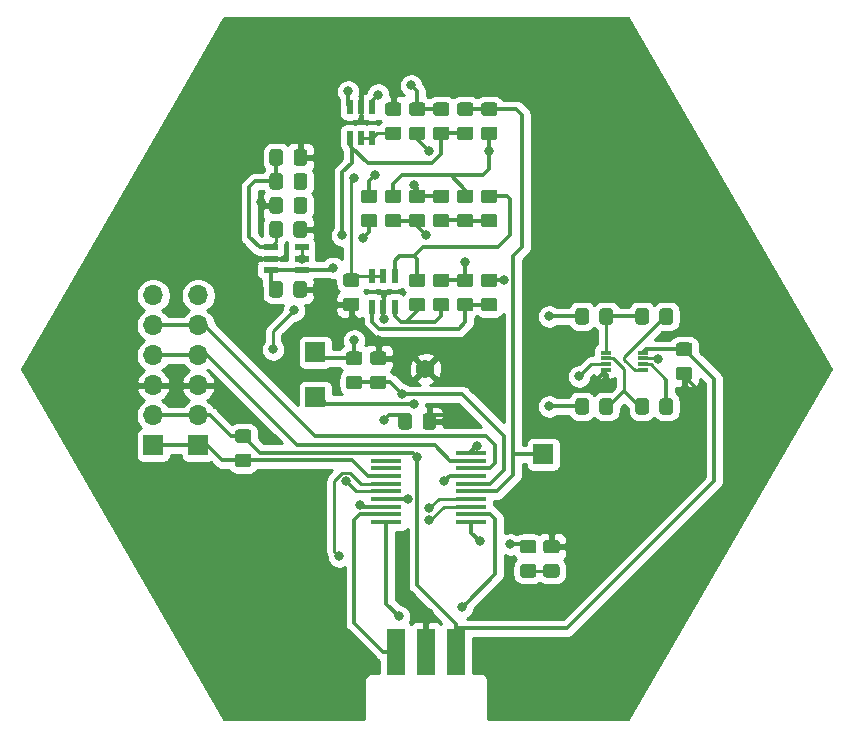
<source format=gtl>
G04 #@! TF.GenerationSoftware,KiCad,Pcbnew,(5.1.6)-1*
G04 #@! TF.CreationDate,2020-10-27T13:23:37+01:00*
G04 #@! TF.ProjectId,SoundModulev2,536f756e-644d-46f6-9475-6c6576322e6b,rev?*
G04 #@! TF.SameCoordinates,Original*
G04 #@! TF.FileFunction,Copper,L1,Top*
G04 #@! TF.FilePolarity,Positive*
%FSLAX46Y46*%
G04 Gerber Fmt 4.6, Leading zero omitted, Abs format (unit mm)*
G04 Created by KiCad (PCBNEW (5.1.6)-1) date 2020-10-27 13:23:37*
%MOMM*%
%LPD*%
G01*
G04 APERTURE LIST*
G04 #@! TA.AperFunction,ComponentPad*
%ADD10R,1.700000X1.700000*%
G04 #@! TD*
G04 #@! TA.AperFunction,SMDPad,CuDef*
%ADD11R,0.850000X0.300000*%
G04 #@! TD*
G04 #@! TA.AperFunction,SMDPad,CuDef*
%ADD12R,1.524000X4.000000*%
G04 #@! TD*
G04 #@! TA.AperFunction,ComponentPad*
%ADD13O,1.700000X1.700000*%
G04 #@! TD*
G04 #@! TA.AperFunction,ComponentPad*
%ADD14C,1.560000*%
G04 #@! TD*
G04 #@! TA.AperFunction,SMDPad,CuDef*
%ADD15R,2.500000X0.450000*%
G04 #@! TD*
G04 #@! TA.AperFunction,SMDPad,CuDef*
%ADD16R,0.550000X1.200000*%
G04 #@! TD*
G04 #@! TA.AperFunction,SMDPad,CuDef*
%ADD17R,1.200000X0.550000*%
G04 #@! TD*
G04 #@! TA.AperFunction,ViaPad*
%ADD18C,0.800000*%
G04 #@! TD*
G04 #@! TA.AperFunction,Conductor*
%ADD19C,0.350000*%
G04 #@! TD*
G04 #@! TA.AperFunction,Conductor*
%ADD20C,0.250000*%
G04 #@! TD*
G04 #@! TA.AperFunction,Conductor*
%ADD21C,0.254000*%
G04 #@! TD*
G04 APERTURE END LIST*
D10*
X113101120Y-76560680D03*
G04 #@! TA.AperFunction,SMDPad,CuDef*
G36*
G01*
X116853121Y-77634680D02*
X115953119Y-77634680D01*
G75*
G02*
X115703120Y-77384681I0J249999D01*
G01*
X115703120Y-76734679D01*
G75*
G02*
X115953119Y-76484680I249999J0D01*
G01*
X116853121Y-76484680D01*
G75*
G02*
X117103120Y-76734679I0J-249999D01*
G01*
X117103120Y-77384681D01*
G75*
G02*
X116853121Y-77634680I-249999J0D01*
G01*
G37*
G04 #@! TD.AperFunction*
G04 #@! TA.AperFunction,SMDPad,CuDef*
G36*
G01*
X116853121Y-79684680D02*
X115953119Y-79684680D01*
G75*
G02*
X115703120Y-79434681I0J249999D01*
G01*
X115703120Y-78784679D01*
G75*
G02*
X115953119Y-78534680I249999J0D01*
G01*
X116853121Y-78534680D01*
G75*
G02*
X117103120Y-78784679I0J-249999D01*
G01*
X117103120Y-79434681D01*
G75*
G02*
X116853121Y-79684680I-249999J0D01*
G01*
G37*
G04 #@! TD.AperFunction*
D11*
X140838120Y-76572680D03*
X140838120Y-77072680D03*
X140838120Y-77572680D03*
X140838120Y-78072680D03*
X137688120Y-78072680D03*
X137688120Y-77572680D03*
X137688120Y-77072680D03*
X137688120Y-76572680D03*
G04 #@! TA.AperFunction,SMDPad,CuDef*
G36*
G01*
X136273120Y-73062679D02*
X136273120Y-73962681D01*
G75*
G02*
X136023121Y-74212680I-249999J0D01*
G01*
X135373119Y-74212680D01*
G75*
G02*
X135123120Y-73962681I0J249999D01*
G01*
X135123120Y-73062679D01*
G75*
G02*
X135373119Y-72812680I249999J0D01*
G01*
X136023121Y-72812680D01*
G75*
G02*
X136273120Y-73062679I0J-249999D01*
G01*
G37*
G04 #@! TD.AperFunction*
G04 #@! TA.AperFunction,SMDPad,CuDef*
G36*
G01*
X138323120Y-73062679D02*
X138323120Y-73962681D01*
G75*
G02*
X138073121Y-74212680I-249999J0D01*
G01*
X137423119Y-74212680D01*
G75*
G02*
X137173120Y-73962681I0J249999D01*
G01*
X137173120Y-73062679D01*
G75*
G02*
X137423119Y-72812680I249999J0D01*
G01*
X138073121Y-72812680D01*
G75*
G02*
X138323120Y-73062679I0J-249999D01*
G01*
G37*
G04 #@! TD.AperFunction*
G04 #@! TA.AperFunction,SMDPad,CuDef*
G36*
G01*
X136273120Y-80682679D02*
X136273120Y-81582681D01*
G75*
G02*
X136023121Y-81832680I-249999J0D01*
G01*
X135373119Y-81832680D01*
G75*
G02*
X135123120Y-81582681I0J249999D01*
G01*
X135123120Y-80682679D01*
G75*
G02*
X135373119Y-80432680I249999J0D01*
G01*
X136023121Y-80432680D01*
G75*
G02*
X136273120Y-80682679I0J-249999D01*
G01*
G37*
G04 #@! TD.AperFunction*
G04 #@! TA.AperFunction,SMDPad,CuDef*
G36*
G01*
X138323120Y-80682679D02*
X138323120Y-81582681D01*
G75*
G02*
X138073121Y-81832680I-249999J0D01*
G01*
X137423119Y-81832680D01*
G75*
G02*
X137173120Y-81582681I0J249999D01*
G01*
X137173120Y-80682679D01*
G75*
G02*
X137423119Y-80432680I249999J0D01*
G01*
X138073121Y-80432680D01*
G75*
G02*
X138323120Y-80682679I0J-249999D01*
G01*
G37*
G04 #@! TD.AperFunction*
G04 #@! TA.AperFunction,SMDPad,CuDef*
G36*
G01*
X141353120Y-73062679D02*
X141353120Y-73962681D01*
G75*
G02*
X141103121Y-74212680I-249999J0D01*
G01*
X140453119Y-74212680D01*
G75*
G02*
X140203120Y-73962681I0J249999D01*
G01*
X140203120Y-73062679D01*
G75*
G02*
X140453119Y-72812680I249999J0D01*
G01*
X141103121Y-72812680D01*
G75*
G02*
X141353120Y-73062679I0J-249999D01*
G01*
G37*
G04 #@! TD.AperFunction*
G04 #@! TA.AperFunction,SMDPad,CuDef*
G36*
G01*
X143403120Y-73062679D02*
X143403120Y-73962681D01*
G75*
G02*
X143153121Y-74212680I-249999J0D01*
G01*
X142503119Y-74212680D01*
G75*
G02*
X142253120Y-73962681I0J249999D01*
G01*
X142253120Y-73062679D01*
G75*
G02*
X142503119Y-72812680I249999J0D01*
G01*
X143153121Y-72812680D01*
G75*
G02*
X143403120Y-73062679I0J-249999D01*
G01*
G37*
G04 #@! TD.AperFunction*
G04 #@! TA.AperFunction,SMDPad,CuDef*
G36*
G01*
X141353120Y-80682679D02*
X141353120Y-81582681D01*
G75*
G02*
X141103121Y-81832680I-249999J0D01*
G01*
X140453119Y-81832680D01*
G75*
G02*
X140203120Y-81582681I0J249999D01*
G01*
X140203120Y-80682679D01*
G75*
G02*
X140453119Y-80432680I249999J0D01*
G01*
X141103121Y-80432680D01*
G75*
G02*
X141353120Y-80682679I0J-249999D01*
G01*
G37*
G04 #@! TD.AperFunction*
G04 #@! TA.AperFunction,SMDPad,CuDef*
G36*
G01*
X143403120Y-80682679D02*
X143403120Y-81582681D01*
G75*
G02*
X143153121Y-81832680I-249999J0D01*
G01*
X142503119Y-81832680D01*
G75*
G02*
X142253120Y-81582681I0J249999D01*
G01*
X142253120Y-80682679D01*
G75*
G02*
X142503119Y-80432680I249999J0D01*
G01*
X143153121Y-80432680D01*
G75*
G02*
X143403120Y-80682679I0J-249999D01*
G01*
G37*
G04 #@! TD.AperFunction*
G04 #@! TA.AperFunction,SMDPad,CuDef*
G36*
G01*
X143893119Y-77772680D02*
X144793121Y-77772680D01*
G75*
G02*
X145043120Y-78022679I0J-249999D01*
G01*
X145043120Y-78672681D01*
G75*
G02*
X144793121Y-78922680I-249999J0D01*
G01*
X143893119Y-78922680D01*
G75*
G02*
X143643120Y-78672681I0J249999D01*
G01*
X143643120Y-78022679D01*
G75*
G02*
X143893119Y-77772680I249999J0D01*
G01*
G37*
G04 #@! TD.AperFunction*
G04 #@! TA.AperFunction,SMDPad,CuDef*
G36*
G01*
X143893119Y-75722680D02*
X144793121Y-75722680D01*
G75*
G02*
X145043120Y-75972679I0J-249999D01*
G01*
X145043120Y-76622681D01*
G75*
G02*
X144793121Y-76872680I-249999J0D01*
G01*
X143893119Y-76872680D01*
G75*
G02*
X143643120Y-76622681I0J249999D01*
G01*
X143643120Y-75972679D01*
G75*
G02*
X143893119Y-75722680I249999J0D01*
G01*
G37*
G04 #@! TD.AperFunction*
D12*
X119941340Y-101918520D03*
X122481340Y-101918520D03*
X125021340Y-101918520D03*
G04 #@! TA.AperFunction,SMDPad,CuDef*
G36*
G01*
X122196120Y-82852681D02*
X122196120Y-81952679D01*
G75*
G02*
X122446119Y-81702680I249999J0D01*
G01*
X123096121Y-81702680D01*
G75*
G02*
X123346120Y-81952679I0J-249999D01*
G01*
X123346120Y-82852681D01*
G75*
G02*
X123096121Y-83102680I-249999J0D01*
G01*
X122446119Y-83102680D01*
G75*
G02*
X122196120Y-82852681I0J249999D01*
G01*
G37*
G04 #@! TD.AperFunction*
G04 #@! TA.AperFunction,SMDPad,CuDef*
G36*
G01*
X120146120Y-82852681D02*
X120146120Y-81952679D01*
G75*
G02*
X120396119Y-81702680I249999J0D01*
G01*
X121046121Y-81702680D01*
G75*
G02*
X121296120Y-81952679I0J-249999D01*
G01*
X121296120Y-82852681D01*
G75*
G02*
X121046121Y-83102680I-249999J0D01*
G01*
X120396119Y-83102680D01*
G75*
G02*
X120146120Y-82852681I0J249999D01*
G01*
G37*
G04 #@! TD.AperFunction*
G04 #@! TA.AperFunction,SMDPad,CuDef*
G36*
G01*
X118885121Y-79675680D02*
X117985119Y-79675680D01*
G75*
G02*
X117735120Y-79425681I0J249999D01*
G01*
X117735120Y-78775679D01*
G75*
G02*
X117985119Y-78525680I249999J0D01*
G01*
X118885121Y-78525680D01*
G75*
G02*
X119135120Y-78775679I0J-249999D01*
G01*
X119135120Y-79425681D01*
G75*
G02*
X118885121Y-79675680I-249999J0D01*
G01*
G37*
G04 #@! TD.AperFunction*
G04 #@! TA.AperFunction,SMDPad,CuDef*
G36*
G01*
X118885121Y-77625680D02*
X117985119Y-77625680D01*
G75*
G02*
X117735120Y-77375681I0J249999D01*
G01*
X117735120Y-76725679D01*
G75*
G02*
X117985119Y-76475680I249999J0D01*
G01*
X118885121Y-76475680D01*
G75*
G02*
X119135120Y-76725679I0J-249999D01*
G01*
X119135120Y-77375681D01*
G75*
G02*
X118885121Y-77625680I-249999J0D01*
G01*
G37*
G04 #@! TD.AperFunction*
G04 #@! TA.AperFunction,SMDPad,CuDef*
G36*
G01*
X128283121Y-71039680D02*
X127383119Y-71039680D01*
G75*
G02*
X127133120Y-70789681I0J249999D01*
G01*
X127133120Y-70139679D01*
G75*
G02*
X127383119Y-69889680I249999J0D01*
G01*
X128283121Y-69889680D01*
G75*
G02*
X128533120Y-70139679I0J-249999D01*
G01*
X128533120Y-70789681D01*
G75*
G02*
X128283121Y-71039680I-249999J0D01*
G01*
G37*
G04 #@! TD.AperFunction*
G04 #@! TA.AperFunction,SMDPad,CuDef*
G36*
G01*
X128283121Y-73089680D02*
X127383119Y-73089680D01*
G75*
G02*
X127133120Y-72839681I0J249999D01*
G01*
X127133120Y-72189679D01*
G75*
G02*
X127383119Y-71939680I249999J0D01*
G01*
X128283121Y-71939680D01*
G75*
G02*
X128533120Y-72189679I0J-249999D01*
G01*
X128533120Y-72839681D01*
G75*
G02*
X128283121Y-73089680I-249999J0D01*
G01*
G37*
G04 #@! TD.AperFunction*
G04 #@! TA.AperFunction,SMDPad,CuDef*
G36*
G01*
X115699119Y-71921680D02*
X116599121Y-71921680D01*
G75*
G02*
X116849120Y-72171679I0J-249999D01*
G01*
X116849120Y-72821681D01*
G75*
G02*
X116599121Y-73071680I-249999J0D01*
G01*
X115699119Y-73071680D01*
G75*
G02*
X115449120Y-72821681I0J249999D01*
G01*
X115449120Y-72171679D01*
G75*
G02*
X115699119Y-71921680I249999J0D01*
G01*
G37*
G04 #@! TD.AperFunction*
G04 #@! TA.AperFunction,SMDPad,CuDef*
G36*
G01*
X115699119Y-69871680D02*
X116599121Y-69871680D01*
G75*
G02*
X116849120Y-70121679I0J-249999D01*
G01*
X116849120Y-70771681D01*
G75*
G02*
X116599121Y-71021680I-249999J0D01*
G01*
X115699119Y-71021680D01*
G75*
G02*
X115449120Y-70771681I0J249999D01*
G01*
X115449120Y-70121679D01*
G75*
G02*
X115699119Y-69871680I249999J0D01*
G01*
G37*
G04 #@! TD.AperFunction*
G04 #@! TA.AperFunction,SMDPad,CuDef*
G36*
G01*
X128283121Y-65977680D02*
X127383119Y-65977680D01*
G75*
G02*
X127133120Y-65727681I0J249999D01*
G01*
X127133120Y-65077679D01*
G75*
G02*
X127383119Y-64827680I249999J0D01*
G01*
X128283121Y-64827680D01*
G75*
G02*
X128533120Y-65077679I0J-249999D01*
G01*
X128533120Y-65727681D01*
G75*
G02*
X128283121Y-65977680I-249999J0D01*
G01*
G37*
G04 #@! TD.AperFunction*
G04 #@! TA.AperFunction,SMDPad,CuDef*
G36*
G01*
X128283121Y-63927680D02*
X127383119Y-63927680D01*
G75*
G02*
X127133120Y-63677681I0J249999D01*
G01*
X127133120Y-63027679D01*
G75*
G02*
X127383119Y-62777680I249999J0D01*
G01*
X128283121Y-62777680D01*
G75*
G02*
X128533120Y-63027679I0J-249999D01*
G01*
X128533120Y-63677681D01*
G75*
G02*
X128283121Y-63927680I-249999J0D01*
G01*
G37*
G04 #@! TD.AperFunction*
G04 #@! TA.AperFunction,SMDPad,CuDef*
G36*
G01*
X111274120Y-64564681D02*
X111274120Y-63664679D01*
G75*
G02*
X111524119Y-63414680I249999J0D01*
G01*
X112174121Y-63414680D01*
G75*
G02*
X112424120Y-63664679I0J-249999D01*
G01*
X112424120Y-64564681D01*
G75*
G02*
X112174121Y-64814680I-249999J0D01*
G01*
X111524119Y-64814680D01*
G75*
G02*
X111274120Y-64564681I0J249999D01*
G01*
G37*
G04 #@! TD.AperFunction*
G04 #@! TA.AperFunction,SMDPad,CuDef*
G36*
G01*
X109224120Y-64564681D02*
X109224120Y-63664679D01*
G75*
G02*
X109474119Y-63414680I249999J0D01*
G01*
X110124121Y-63414680D01*
G75*
G02*
X110374120Y-63664679I0J-249999D01*
G01*
X110374120Y-64564681D01*
G75*
G02*
X110124121Y-64814680I-249999J0D01*
G01*
X109474119Y-64814680D01*
G75*
G02*
X109224120Y-64564681I0J249999D01*
G01*
G37*
G04 #@! TD.AperFunction*
G04 #@! TA.AperFunction,SMDPad,CuDef*
G36*
G01*
X118123121Y-63927680D02*
X117223119Y-63927680D01*
G75*
G02*
X116973120Y-63677681I0J249999D01*
G01*
X116973120Y-63027679D01*
G75*
G02*
X117223119Y-62777680I249999J0D01*
G01*
X118123121Y-62777680D01*
G75*
G02*
X118373120Y-63027679I0J-249999D01*
G01*
X118373120Y-63677681D01*
G75*
G02*
X118123121Y-63927680I-249999J0D01*
G01*
G37*
G04 #@! TD.AperFunction*
G04 #@! TA.AperFunction,SMDPad,CuDef*
G36*
G01*
X118123121Y-65977680D02*
X117223119Y-65977680D01*
G75*
G02*
X116973120Y-65727681I0J249999D01*
G01*
X116973120Y-65077679D01*
G75*
G02*
X117223119Y-64827680I249999J0D01*
G01*
X118123121Y-64827680D01*
G75*
G02*
X118373120Y-65077679I0J-249999D01*
G01*
X118373120Y-65727681D01*
G75*
G02*
X118123121Y-65977680I-249999J0D01*
G01*
G37*
G04 #@! TD.AperFunction*
G04 #@! TA.AperFunction,SMDPad,CuDef*
G36*
G01*
X120155121Y-65977680D02*
X119255119Y-65977680D01*
G75*
G02*
X119005120Y-65727681I0J249999D01*
G01*
X119005120Y-65077679D01*
G75*
G02*
X119255119Y-64827680I249999J0D01*
G01*
X120155121Y-64827680D01*
G75*
G02*
X120405120Y-65077679I0J-249999D01*
G01*
X120405120Y-65727681D01*
G75*
G02*
X120155121Y-65977680I-249999J0D01*
G01*
G37*
G04 #@! TD.AperFunction*
G04 #@! TA.AperFunction,SMDPad,CuDef*
G36*
G01*
X120155121Y-63927680D02*
X119255119Y-63927680D01*
G75*
G02*
X119005120Y-63677681I0J249999D01*
G01*
X119005120Y-63027679D01*
G75*
G02*
X119255119Y-62777680I249999J0D01*
G01*
X120155121Y-62777680D01*
G75*
G02*
X120405120Y-63027679I0J-249999D01*
G01*
X120405120Y-63677681D01*
G75*
G02*
X120155121Y-63927680I-249999J0D01*
G01*
G37*
G04 #@! TD.AperFunction*
G04 #@! TA.AperFunction,SMDPad,CuDef*
G36*
G01*
X120155121Y-58593680D02*
X119255119Y-58593680D01*
G75*
G02*
X119005120Y-58343681I0J249999D01*
G01*
X119005120Y-57693679D01*
G75*
G02*
X119255119Y-57443680I249999J0D01*
G01*
X120155121Y-57443680D01*
G75*
G02*
X120405120Y-57693679I0J-249999D01*
G01*
X120405120Y-58343681D01*
G75*
G02*
X120155121Y-58593680I-249999J0D01*
G01*
G37*
G04 #@! TD.AperFunction*
G04 #@! TA.AperFunction,SMDPad,CuDef*
G36*
G01*
X120155121Y-56543680D02*
X119255119Y-56543680D01*
G75*
G02*
X119005120Y-56293681I0J249999D01*
G01*
X119005120Y-55643679D01*
G75*
G02*
X119255119Y-55393680I249999J0D01*
G01*
X120155121Y-55393680D01*
G75*
G02*
X120405120Y-55643679I0J-249999D01*
G01*
X120405120Y-56293681D01*
G75*
G02*
X120155121Y-56543680I-249999J0D01*
G01*
G37*
G04 #@! TD.AperFunction*
G04 #@! TA.AperFunction,SMDPad,CuDef*
G36*
G01*
X125351119Y-55393680D02*
X126251121Y-55393680D01*
G75*
G02*
X126501120Y-55643679I0J-249999D01*
G01*
X126501120Y-56293681D01*
G75*
G02*
X126251121Y-56543680I-249999J0D01*
G01*
X125351119Y-56543680D01*
G75*
G02*
X125101120Y-56293681I0J249999D01*
G01*
X125101120Y-55643679D01*
G75*
G02*
X125351119Y-55393680I249999J0D01*
G01*
G37*
G04 #@! TD.AperFunction*
G04 #@! TA.AperFunction,SMDPad,CuDef*
G36*
G01*
X125351119Y-57443680D02*
X126251121Y-57443680D01*
G75*
G02*
X126501120Y-57693679I0J-249999D01*
G01*
X126501120Y-58343681D01*
G75*
G02*
X126251121Y-58593680I-249999J0D01*
G01*
X125351119Y-58593680D01*
G75*
G02*
X125101120Y-58343681I0J249999D01*
G01*
X125101120Y-57693679D01*
G75*
G02*
X125351119Y-57443680I249999J0D01*
G01*
G37*
G04 #@! TD.AperFunction*
G04 #@! TA.AperFunction,SMDPad,CuDef*
G36*
G01*
X131585121Y-95632180D02*
X130685119Y-95632180D01*
G75*
G02*
X130435120Y-95382181I0J249999D01*
G01*
X130435120Y-94732179D01*
G75*
G02*
X130685119Y-94482180I249999J0D01*
G01*
X131585121Y-94482180D01*
G75*
G02*
X131835120Y-94732179I0J-249999D01*
G01*
X131835120Y-95382181D01*
G75*
G02*
X131585121Y-95632180I-249999J0D01*
G01*
G37*
G04 #@! TD.AperFunction*
G04 #@! TA.AperFunction,SMDPad,CuDef*
G36*
G01*
X131585121Y-93582180D02*
X130685119Y-93582180D01*
G75*
G02*
X130435120Y-93332181I0J249999D01*
G01*
X130435120Y-92682179D01*
G75*
G02*
X130685119Y-92432180I249999J0D01*
G01*
X131585121Y-92432180D01*
G75*
G02*
X131835120Y-92682179I0J-249999D01*
G01*
X131835120Y-93332181D01*
G75*
G02*
X131585121Y-93582180I-249999J0D01*
G01*
G37*
G04 #@! TD.AperFunction*
D10*
X103195120Y-84434680D03*
D13*
X103195120Y-81894680D03*
X103195120Y-79354680D03*
X103195120Y-76814680D03*
X103195120Y-74274680D03*
X103195120Y-71734680D03*
X99385120Y-71734680D03*
X99385120Y-74274680D03*
X99385120Y-76814680D03*
X99385120Y-79354680D03*
X99385120Y-81894680D03*
D10*
X99385120Y-84434680D03*
X132405120Y-85196680D03*
D14*
X122430620Y-77958680D03*
G04 #@! TA.AperFunction,SMDPad,CuDef*
G36*
G01*
X106555119Y-85129680D02*
X107455121Y-85129680D01*
G75*
G02*
X107705120Y-85379679I0J-249999D01*
G01*
X107705120Y-86029681D01*
G75*
G02*
X107455121Y-86279680I-249999J0D01*
G01*
X106555119Y-86279680D01*
G75*
G02*
X106305120Y-86029681I0J249999D01*
G01*
X106305120Y-85379679D01*
G75*
G02*
X106555119Y-85129680I249999J0D01*
G01*
G37*
G04 #@! TD.AperFunction*
G04 #@! TA.AperFunction,SMDPad,CuDef*
G36*
G01*
X106555119Y-83079680D02*
X107455121Y-83079680D01*
G75*
G02*
X107705120Y-83329679I0J-249999D01*
G01*
X107705120Y-83979681D01*
G75*
G02*
X107455121Y-84229680I-249999J0D01*
G01*
X106555119Y-84229680D01*
G75*
G02*
X106305120Y-83979681I0J249999D01*
G01*
X106305120Y-83329679D01*
G75*
G02*
X106555119Y-83079680I249999J0D01*
G01*
G37*
G04 #@! TD.AperFunction*
G04 #@! TA.AperFunction,SMDPad,CuDef*
G36*
G01*
X133553621Y-93582180D02*
X132653619Y-93582180D01*
G75*
G02*
X132403620Y-93332181I0J249999D01*
G01*
X132403620Y-92682179D01*
G75*
G02*
X132653619Y-92432180I249999J0D01*
G01*
X133553621Y-92432180D01*
G75*
G02*
X133803620Y-92682179I0J-249999D01*
G01*
X133803620Y-93332181D01*
G75*
G02*
X133553621Y-93582180I-249999J0D01*
G01*
G37*
G04 #@! TD.AperFunction*
G04 #@! TA.AperFunction,SMDPad,CuDef*
G36*
G01*
X133553621Y-95632180D02*
X132653619Y-95632180D01*
G75*
G02*
X132403620Y-95382181I0J249999D01*
G01*
X132403620Y-94732179D01*
G75*
G02*
X132653619Y-94482180I249999J0D01*
G01*
X133553621Y-94482180D01*
G75*
G02*
X133803620Y-94732179I0J-249999D01*
G01*
X133803620Y-95382181D01*
G75*
G02*
X133553621Y-95632180I-249999J0D01*
G01*
G37*
G04 #@! TD.AperFunction*
G04 #@! TA.AperFunction,SMDPad,CuDef*
G36*
G01*
X126251121Y-73089680D02*
X125351119Y-73089680D01*
G75*
G02*
X125101120Y-72839681I0J249999D01*
G01*
X125101120Y-72189679D01*
G75*
G02*
X125351119Y-71939680I249999J0D01*
G01*
X126251121Y-71939680D01*
G75*
G02*
X126501120Y-72189679I0J-249999D01*
G01*
X126501120Y-72839681D01*
G75*
G02*
X126251121Y-73089680I-249999J0D01*
G01*
G37*
G04 #@! TD.AperFunction*
G04 #@! TA.AperFunction,SMDPad,CuDef*
G36*
G01*
X126251121Y-71039680D02*
X125351119Y-71039680D01*
G75*
G02*
X125101120Y-70789681I0J249999D01*
G01*
X125101120Y-70139679D01*
G75*
G02*
X125351119Y-69889680I249999J0D01*
G01*
X126251121Y-69889680D01*
G75*
G02*
X126501120Y-70139679I0J-249999D01*
G01*
X126501120Y-70789681D01*
G75*
G02*
X126251121Y-71039680I-249999J0D01*
G01*
G37*
G04 #@! TD.AperFunction*
G04 #@! TA.AperFunction,SMDPad,CuDef*
G36*
G01*
X123319119Y-71939680D02*
X124219121Y-71939680D01*
G75*
G02*
X124469120Y-72189679I0J-249999D01*
G01*
X124469120Y-72839681D01*
G75*
G02*
X124219121Y-73089680I-249999J0D01*
G01*
X123319119Y-73089680D01*
G75*
G02*
X123069120Y-72839681I0J249999D01*
G01*
X123069120Y-72189679D01*
G75*
G02*
X123319119Y-71939680I249999J0D01*
G01*
G37*
G04 #@! TD.AperFunction*
G04 #@! TA.AperFunction,SMDPad,CuDef*
G36*
G01*
X123319119Y-69889680D02*
X124219121Y-69889680D01*
G75*
G02*
X124469120Y-70139679I0J-249999D01*
G01*
X124469120Y-70789681D01*
G75*
G02*
X124219121Y-71039680I-249999J0D01*
G01*
X123319119Y-71039680D01*
G75*
G02*
X123069120Y-70789681I0J249999D01*
G01*
X123069120Y-70139679D01*
G75*
G02*
X123319119Y-69889680I249999J0D01*
G01*
G37*
G04 #@! TD.AperFunction*
G04 #@! TA.AperFunction,SMDPad,CuDef*
G36*
G01*
X112424120Y-61632679D02*
X112424120Y-62532681D01*
G75*
G02*
X112174121Y-62782680I-249999J0D01*
G01*
X111524119Y-62782680D01*
G75*
G02*
X111274120Y-62532681I0J249999D01*
G01*
X111274120Y-61632679D01*
G75*
G02*
X111524119Y-61382680I249999J0D01*
G01*
X112174121Y-61382680D01*
G75*
G02*
X112424120Y-61632679I0J-249999D01*
G01*
G37*
G04 #@! TD.AperFunction*
G04 #@! TA.AperFunction,SMDPad,CuDef*
G36*
G01*
X110374120Y-61632679D02*
X110374120Y-62532681D01*
G75*
G02*
X110124121Y-62782680I-249999J0D01*
G01*
X109474119Y-62782680D01*
G75*
G02*
X109224120Y-62532681I0J249999D01*
G01*
X109224120Y-61632679D01*
G75*
G02*
X109474119Y-61382680I249999J0D01*
G01*
X110124121Y-61382680D01*
G75*
G02*
X110374120Y-61632679I0J-249999D01*
G01*
G37*
G04 #@! TD.AperFunction*
G04 #@! TA.AperFunction,SMDPad,CuDef*
G36*
G01*
X109224120Y-60500681D02*
X109224120Y-59600679D01*
G75*
G02*
X109474119Y-59350680I249999J0D01*
G01*
X110124121Y-59350680D01*
G75*
G02*
X110374120Y-59600679I0J-249999D01*
G01*
X110374120Y-60500681D01*
G75*
G02*
X110124121Y-60750680I-249999J0D01*
G01*
X109474119Y-60750680D01*
G75*
G02*
X109224120Y-60500681I0J249999D01*
G01*
G37*
G04 #@! TD.AperFunction*
G04 #@! TA.AperFunction,SMDPad,CuDef*
G36*
G01*
X111274120Y-60500681D02*
X111274120Y-59600679D01*
G75*
G02*
X111524119Y-59350680I249999J0D01*
G01*
X112174121Y-59350680D01*
G75*
G02*
X112424120Y-59600679I0J-249999D01*
G01*
X112424120Y-60500681D01*
G75*
G02*
X112174121Y-60750680I-249999J0D01*
G01*
X111524119Y-60750680D01*
G75*
G02*
X111274120Y-60500681I0J249999D01*
G01*
G37*
G04 #@! TD.AperFunction*
G04 #@! TA.AperFunction,SMDPad,CuDef*
G36*
G01*
X121287119Y-71939680D02*
X122187121Y-71939680D01*
G75*
G02*
X122437120Y-72189679I0J-249999D01*
G01*
X122437120Y-72839681D01*
G75*
G02*
X122187121Y-73089680I-249999J0D01*
G01*
X121287119Y-73089680D01*
G75*
G02*
X121037120Y-72839681I0J249999D01*
G01*
X121037120Y-72189679D01*
G75*
G02*
X121287119Y-71939680I249999J0D01*
G01*
G37*
G04 #@! TD.AperFunction*
G04 #@! TA.AperFunction,SMDPad,CuDef*
G36*
G01*
X121287119Y-69889680D02*
X122187121Y-69889680D01*
G75*
G02*
X122437120Y-70139679I0J-249999D01*
G01*
X122437120Y-70789681D01*
G75*
G02*
X122187121Y-71039680I-249999J0D01*
G01*
X121287119Y-71039680D01*
G75*
G02*
X121037120Y-70789681I0J249999D01*
G01*
X121037120Y-70139679D01*
G75*
G02*
X121287119Y-69889680I249999J0D01*
G01*
G37*
G04 #@! TD.AperFunction*
G04 #@! TA.AperFunction,SMDPad,CuDef*
G36*
G01*
X126251121Y-63927680D02*
X125351119Y-63927680D01*
G75*
G02*
X125101120Y-63677681I0J249999D01*
G01*
X125101120Y-63027679D01*
G75*
G02*
X125351119Y-62777680I249999J0D01*
G01*
X126251121Y-62777680D01*
G75*
G02*
X126501120Y-63027679I0J-249999D01*
G01*
X126501120Y-63677681D01*
G75*
G02*
X126251121Y-63927680I-249999J0D01*
G01*
G37*
G04 #@! TD.AperFunction*
G04 #@! TA.AperFunction,SMDPad,CuDef*
G36*
G01*
X126251121Y-65977680D02*
X125351119Y-65977680D01*
G75*
G02*
X125101120Y-65727681I0J249999D01*
G01*
X125101120Y-65077679D01*
G75*
G02*
X125351119Y-64827680I249999J0D01*
G01*
X126251121Y-64827680D01*
G75*
G02*
X126501120Y-65077679I0J-249999D01*
G01*
X126501120Y-65727681D01*
G75*
G02*
X126251121Y-65977680I-249999J0D01*
G01*
G37*
G04 #@! TD.AperFunction*
G04 #@! TA.AperFunction,SMDPad,CuDef*
G36*
G01*
X123319119Y-62777680D02*
X124219121Y-62777680D01*
G75*
G02*
X124469120Y-63027679I0J-249999D01*
G01*
X124469120Y-63677681D01*
G75*
G02*
X124219121Y-63927680I-249999J0D01*
G01*
X123319119Y-63927680D01*
G75*
G02*
X123069120Y-63677681I0J249999D01*
G01*
X123069120Y-63027679D01*
G75*
G02*
X123319119Y-62777680I249999J0D01*
G01*
G37*
G04 #@! TD.AperFunction*
G04 #@! TA.AperFunction,SMDPad,CuDef*
G36*
G01*
X123319119Y-64827680D02*
X124219121Y-64827680D01*
G75*
G02*
X124469120Y-65077679I0J-249999D01*
G01*
X124469120Y-65727681D01*
G75*
G02*
X124219121Y-65977680I-249999J0D01*
G01*
X123319119Y-65977680D01*
G75*
G02*
X123069120Y-65727681I0J249999D01*
G01*
X123069120Y-65077679D01*
G75*
G02*
X123319119Y-64827680I249999J0D01*
G01*
G37*
G04 #@! TD.AperFunction*
G04 #@! TA.AperFunction,SMDPad,CuDef*
G36*
G01*
X122187121Y-63927680D02*
X121287119Y-63927680D01*
G75*
G02*
X121037120Y-63677681I0J249999D01*
G01*
X121037120Y-63027679D01*
G75*
G02*
X121287119Y-62777680I249999J0D01*
G01*
X122187121Y-62777680D01*
G75*
G02*
X122437120Y-63027679I0J-249999D01*
G01*
X122437120Y-63677681D01*
G75*
G02*
X122187121Y-63927680I-249999J0D01*
G01*
G37*
G04 #@! TD.AperFunction*
G04 #@! TA.AperFunction,SMDPad,CuDef*
G36*
G01*
X122187121Y-65977680D02*
X121287119Y-65977680D01*
G75*
G02*
X121037120Y-65727681I0J249999D01*
G01*
X121037120Y-65077679D01*
G75*
G02*
X121287119Y-64827680I249999J0D01*
G01*
X122187121Y-64827680D01*
G75*
G02*
X122437120Y-65077679I0J-249999D01*
G01*
X122437120Y-65727681D01*
G75*
G02*
X122187121Y-65977680I-249999J0D01*
G01*
G37*
G04 #@! TD.AperFunction*
G04 #@! TA.AperFunction,SMDPad,CuDef*
G36*
G01*
X121287119Y-55393680D02*
X122187121Y-55393680D01*
G75*
G02*
X122437120Y-55643679I0J-249999D01*
G01*
X122437120Y-56293681D01*
G75*
G02*
X122187121Y-56543680I-249999J0D01*
G01*
X121287119Y-56543680D01*
G75*
G02*
X121037120Y-56293681I0J249999D01*
G01*
X121037120Y-55643679D01*
G75*
G02*
X121287119Y-55393680I249999J0D01*
G01*
G37*
G04 #@! TD.AperFunction*
G04 #@! TA.AperFunction,SMDPad,CuDef*
G36*
G01*
X121287119Y-57443680D02*
X122187121Y-57443680D01*
G75*
G02*
X122437120Y-57693679I0J-249999D01*
G01*
X122437120Y-58343681D01*
G75*
G02*
X122187121Y-58593680I-249999J0D01*
G01*
X121287119Y-58593680D01*
G75*
G02*
X121037120Y-58343681I0J249999D01*
G01*
X121037120Y-57693679D01*
G75*
G02*
X121287119Y-57443680I249999J0D01*
G01*
G37*
G04 #@! TD.AperFunction*
G04 #@! TA.AperFunction,SMDPad,CuDef*
G36*
G01*
X124219121Y-58593680D02*
X123319119Y-58593680D01*
G75*
G02*
X123069120Y-58343681I0J249999D01*
G01*
X123069120Y-57693679D01*
G75*
G02*
X123319119Y-57443680I249999J0D01*
G01*
X124219121Y-57443680D01*
G75*
G02*
X124469120Y-57693679I0J-249999D01*
G01*
X124469120Y-58343681D01*
G75*
G02*
X124219121Y-58593680I-249999J0D01*
G01*
G37*
G04 #@! TD.AperFunction*
G04 #@! TA.AperFunction,SMDPad,CuDef*
G36*
G01*
X124219121Y-56543680D02*
X123319119Y-56543680D01*
G75*
G02*
X123069120Y-56293681I0J249999D01*
G01*
X123069120Y-55643679D01*
G75*
G02*
X123319119Y-55393680I249999J0D01*
G01*
X124219121Y-55393680D01*
G75*
G02*
X124469120Y-55643679I0J-249999D01*
G01*
X124469120Y-56293681D01*
G75*
G02*
X124219121Y-56543680I-249999J0D01*
G01*
G37*
G04 #@! TD.AperFunction*
G04 #@! TA.AperFunction,SMDPad,CuDef*
G36*
G01*
X127383119Y-57443680D02*
X128283121Y-57443680D01*
G75*
G02*
X128533120Y-57693679I0J-249999D01*
G01*
X128533120Y-58343681D01*
G75*
G02*
X128283121Y-58593680I-249999J0D01*
G01*
X127383119Y-58593680D01*
G75*
G02*
X127133120Y-58343681I0J249999D01*
G01*
X127133120Y-57693679D01*
G75*
G02*
X127383119Y-57443680I249999J0D01*
G01*
G37*
G04 #@! TD.AperFunction*
G04 #@! TA.AperFunction,SMDPad,CuDef*
G36*
G01*
X127383119Y-55393680D02*
X128283121Y-55393680D01*
G75*
G02*
X128533120Y-55643679I0J-249999D01*
G01*
X128533120Y-56293681D01*
G75*
G02*
X128283121Y-56543680I-249999J0D01*
G01*
X127383119Y-56543680D01*
G75*
G02*
X127133120Y-56293681I0J249999D01*
G01*
X127133120Y-55643679D01*
G75*
G02*
X127383119Y-55393680I249999J0D01*
G01*
G37*
G04 #@! TD.AperFunction*
D15*
X119133620Y-85069680D03*
X119133620Y-85719680D03*
X119133620Y-86369680D03*
X119133620Y-87019680D03*
X119133620Y-87669680D03*
X119133620Y-88319680D03*
X119133620Y-88969680D03*
X119133620Y-89619680D03*
X119133620Y-90269680D03*
X119133620Y-90919680D03*
X126333620Y-90919680D03*
X126333620Y-90269680D03*
X126333620Y-89619680D03*
X126333620Y-88969680D03*
X126333620Y-88319680D03*
X126333620Y-87669680D03*
X126333620Y-87019680D03*
X126333620Y-86369680D03*
X126333620Y-85719680D03*
X126333620Y-85069680D03*
D16*
X117927120Y-70083680D03*
X118877120Y-70083680D03*
X119827120Y-70083680D03*
X119827120Y-72699880D03*
X118877120Y-72699880D03*
X117927120Y-72699880D03*
D17*
X109341920Y-67670680D03*
X109341920Y-68620680D03*
X109341920Y-69570680D03*
X111958120Y-69570680D03*
X111958120Y-68620680D03*
X111958120Y-67670680D03*
D16*
X117927120Y-55783480D03*
X116977120Y-55783480D03*
X116027120Y-55783480D03*
X116027120Y-58399680D03*
X116977120Y-58399680D03*
X117927120Y-58399680D03*
G04 #@! TA.AperFunction,SMDPad,CuDef*
G36*
G01*
X109215120Y-66596681D02*
X109215120Y-65696679D01*
G75*
G02*
X109465119Y-65446680I249999J0D01*
G01*
X110115121Y-65446680D01*
G75*
G02*
X110365120Y-65696679I0J-249999D01*
G01*
X110365120Y-66596681D01*
G75*
G02*
X110115121Y-66846680I-249999J0D01*
G01*
X109465119Y-66846680D01*
G75*
G02*
X109215120Y-66596681I0J249999D01*
G01*
G37*
G04 #@! TD.AperFunction*
G04 #@! TA.AperFunction,SMDPad,CuDef*
G36*
G01*
X111265120Y-66596681D02*
X111265120Y-65696679D01*
G75*
G02*
X111515119Y-65446680I249999J0D01*
G01*
X112165121Y-65446680D01*
G75*
G02*
X112415120Y-65696679I0J-249999D01*
G01*
X112415120Y-66596681D01*
G75*
G02*
X112165121Y-66846680I-249999J0D01*
G01*
X111515119Y-66846680D01*
G75*
G02*
X111265120Y-66596681I0J249999D01*
G01*
G37*
G04 #@! TD.AperFunction*
G04 #@! TA.AperFunction,SMDPad,CuDef*
G36*
G01*
X111256120Y-71676681D02*
X111256120Y-70776679D01*
G75*
G02*
X111506119Y-70526680I249999J0D01*
G01*
X112156121Y-70526680D01*
G75*
G02*
X112406120Y-70776679I0J-249999D01*
G01*
X112406120Y-71676681D01*
G75*
G02*
X112156121Y-71926680I-249999J0D01*
G01*
X111506119Y-71926680D01*
G75*
G02*
X111256120Y-71676681I0J249999D01*
G01*
G37*
G04 #@! TD.AperFunction*
G04 #@! TA.AperFunction,SMDPad,CuDef*
G36*
G01*
X109206120Y-71676681D02*
X109206120Y-70776679D01*
G75*
G02*
X109456119Y-70526680I249999J0D01*
G01*
X110106121Y-70526680D01*
G75*
G02*
X110356120Y-70776679I0J-249999D01*
G01*
X110356120Y-71676681D01*
G75*
G02*
X110106121Y-71926680I-249999J0D01*
G01*
X109456119Y-71926680D01*
G75*
G02*
X109206120Y-71676681I0J249999D01*
G01*
G37*
G04 #@! TD.AperFunction*
D10*
X113101120Y-80370680D03*
D18*
X124277120Y-81894680D03*
X122753120Y-98658680D03*
X126817120Y-84447680D03*
X118943120Y-73766680D03*
X107767120Y-68686680D03*
X108529120Y-63860680D03*
X113355120Y-60304680D03*
X114117120Y-72496680D03*
X118435120Y-75544680D03*
X116911120Y-52430680D03*
X119705120Y-52430680D03*
X125801120Y-79100680D03*
X134691120Y-92816680D03*
X113355120Y-71226680D03*
X113355120Y-66146680D03*
X145613120Y-79862680D03*
X136723120Y-79862680D03*
X121737120Y-85450680D03*
X118943120Y-82275680D03*
X120467120Y-80116686D03*
X129090120Y-70464680D03*
X125547120Y-98150680D03*
X120213120Y-98912680D03*
X120962120Y-89006680D03*
X121430620Y-80931180D03*
X127071120Y-92562680D03*
X129611120Y-92816680D03*
X122753120Y-59542680D03*
X127833120Y-59542680D03*
X125801120Y-68940680D03*
X114625120Y-69395680D03*
X116910935Y-89494713D03*
X116403120Y-75544680D03*
X115895120Y-54462680D03*
X121229140Y-53954680D03*
X116403120Y-61828680D03*
X119705120Y-58018680D03*
X116149120Y-70464680D03*
X115735936Y-87482680D03*
X122754416Y-90786303D03*
X111958120Y-68620680D03*
X111831120Y-64114680D03*
X111323120Y-73004680D03*
X109545120Y-76306680D03*
X121483120Y-62349680D03*
X118181120Y-61574680D03*
X115387120Y-66654680D03*
X117165120Y-66908680D03*
X118435120Y-54729680D03*
X122499120Y-66654680D03*
X122753120Y-89768680D03*
X111849120Y-62082680D03*
X132913120Y-81132680D03*
X132913120Y-73512680D03*
X115133120Y-93832680D03*
X135453120Y-78592680D03*
X124023120Y-87482680D03*
X142094211Y-77128466D03*
D19*
X99385120Y-79354680D02*
X103195120Y-79354680D01*
X122753120Y-81894680D02*
X124277120Y-81894680D01*
X122481340Y-101918520D02*
X122481340Y-98930460D01*
X122481340Y-98930460D02*
X122753120Y-98658680D01*
X126333620Y-85069680D02*
X126333620Y-84931180D01*
X126333620Y-84931180D02*
X126817120Y-84447680D01*
X118877120Y-72699880D02*
X118877120Y-73700680D01*
X118877120Y-73700680D02*
X118943120Y-73766680D01*
X109341920Y-68620680D02*
X107833120Y-68620680D01*
X107833120Y-68620680D02*
X107767120Y-68686680D01*
X109799120Y-64114680D02*
X108783120Y-64114680D01*
X108783120Y-64114680D02*
X108529120Y-63860680D01*
X111849120Y-60050680D02*
X113101120Y-60050680D01*
X113101120Y-60050680D02*
X113355120Y-60304680D01*
X116149120Y-72496680D02*
X114117120Y-72496680D01*
X118435120Y-77050680D02*
X118435120Y-75544680D01*
X116977120Y-52496680D02*
X116911120Y-52430680D01*
X116977120Y-55783480D02*
X116977120Y-52496680D01*
X119705120Y-55968680D02*
X119705120Y-52430680D01*
X134500620Y-93007180D02*
X134691120Y-92816680D01*
X133103620Y-93007180D02*
X134500620Y-93007180D01*
X111831120Y-71226680D02*
X113355120Y-71226680D01*
X111958120Y-66255680D02*
X111849120Y-66146680D01*
X111840120Y-66146680D02*
X113355120Y-66146680D01*
X116149120Y-73258680D02*
X118435120Y-75544680D01*
X116149120Y-72496680D02*
X116149120Y-73258680D01*
X144343120Y-78347680D02*
X144343120Y-78592680D01*
X144343120Y-78592680D02*
X145613120Y-79862680D01*
X136723120Y-79062681D02*
X137688120Y-78097681D01*
X136723120Y-79862680D02*
X136723120Y-79062681D01*
X125021340Y-99568520D02*
X125031500Y-99558360D01*
X103195120Y-81894680D02*
X99385120Y-81894680D01*
X104211120Y-81894680D02*
X103957120Y-81894680D01*
X107005120Y-83654680D02*
X105971120Y-83654680D01*
X103957120Y-81894680D02*
X103195120Y-81894680D01*
X105971120Y-83654680D02*
X104211120Y-81894680D01*
X108420120Y-85069680D02*
X107005120Y-83654680D01*
X119133620Y-85069680D02*
X108420120Y-85069680D01*
X119133620Y-85069680D02*
X121356120Y-85069680D01*
X121737120Y-96284300D02*
X121737120Y-86016365D01*
X121356120Y-85069680D02*
X121737120Y-85450680D01*
X125021340Y-99568520D02*
X121737120Y-96284300D01*
X121737120Y-86016365D02*
X121737120Y-85450680D01*
X120703120Y-81894680D02*
X119324120Y-81894680D01*
X119324120Y-81894680D02*
X118943120Y-82275680D01*
X141088119Y-76297680D02*
X140838120Y-76547679D01*
X144343120Y-76297680D02*
X141088119Y-76297680D01*
X125021340Y-99910900D02*
X134454900Y-99910900D01*
X125021340Y-99910900D02*
X125021340Y-99568520D01*
X125021340Y-101918520D02*
X125021340Y-99910900D01*
X134454900Y-99910900D02*
X146883120Y-87482680D01*
X146883120Y-78837680D02*
X144343120Y-76297680D01*
X146883120Y-87482680D02*
X146883120Y-78837680D01*
X118435120Y-79100680D02*
X118435130Y-79100680D01*
X127933620Y-87669680D02*
X129103120Y-86500180D01*
X129103120Y-83672680D02*
X125547126Y-80116686D01*
X121032805Y-80116686D02*
X120467120Y-80116686D01*
X129103120Y-86500180D02*
X129103120Y-83672680D01*
X125547126Y-80116686D02*
X121032805Y-80116686D01*
X126333620Y-87669680D02*
X127933620Y-87669680D01*
X119451114Y-79100680D02*
X120467120Y-80116686D01*
X118435120Y-79100680D02*
X119451114Y-79100680D01*
X118426120Y-79109680D02*
X118435120Y-79100680D01*
X116403120Y-79109680D02*
X118426120Y-79109680D01*
X129090120Y-70464680D02*
X127833120Y-70464680D01*
X117927120Y-73649880D02*
X117927120Y-72699880D01*
X125801120Y-74020680D02*
X125251110Y-74570690D01*
X118477130Y-74570690D02*
X117927120Y-74020680D01*
X117927120Y-74020680D02*
X117927120Y-73649880D01*
X125801120Y-72514680D02*
X125801120Y-74020680D01*
X125251110Y-74570690D02*
X118477130Y-74570690D01*
X127833120Y-72514680D02*
X125801120Y-72514680D01*
X125801120Y-55968680D02*
X127833120Y-55968680D01*
X131205120Y-85196680D02*
X129865120Y-85196680D01*
X132405120Y-85196680D02*
X131205120Y-85196680D01*
X129865120Y-76052680D02*
X129865120Y-85196680D01*
X130101120Y-55968680D02*
X130627120Y-56494680D01*
X129865120Y-68432680D02*
X129865120Y-76052680D01*
X130627120Y-56494680D02*
X130627120Y-67670680D01*
X127833120Y-55968680D02*
X130101120Y-55968680D01*
X130627120Y-67670680D02*
X129865120Y-68432680D01*
X128520120Y-88319680D02*
X126333620Y-88319680D01*
X129865120Y-85196680D02*
X129865120Y-86974680D01*
X129865120Y-86974680D02*
X128520120Y-88319680D01*
X99385120Y-84434680D02*
X103195120Y-84434680D01*
X103195120Y-84434680D02*
X103957120Y-84434680D01*
X103957120Y-84434680D02*
X105227120Y-85704680D01*
X105227120Y-85704680D02*
X107005120Y-85704680D01*
X116218620Y-85704680D02*
X107005120Y-85704680D01*
X117533620Y-87019680D02*
X119133620Y-87019680D01*
X116218620Y-85704680D02*
X117533620Y-87019680D01*
X99385120Y-76814680D02*
X103195120Y-76814680D01*
X103957120Y-76814680D02*
X103195120Y-76814680D01*
X111577120Y-84434680D02*
X103957120Y-76814680D01*
X123261120Y-84434680D02*
X111577120Y-84434680D01*
X126333620Y-85719680D02*
X124546120Y-85719680D01*
X124546120Y-85719680D02*
X123261120Y-84434680D01*
X99385120Y-74274680D02*
X103195120Y-74274680D01*
X103703120Y-74274680D02*
X103195120Y-74274680D01*
X113101120Y-83672680D02*
X103703120Y-74274680D01*
X127933620Y-86369680D02*
X128341120Y-85962180D01*
X128341120Y-85962180D02*
X128341120Y-84434680D01*
X128341120Y-84434680D02*
X127579120Y-83672680D01*
X126333620Y-86369680D02*
X127933620Y-86369680D01*
X127579120Y-83672680D02*
X113101120Y-83672680D01*
X127933620Y-90269680D02*
X128341120Y-90677180D01*
X128341120Y-95356680D02*
X125947119Y-97750681D01*
X126333620Y-90269680D02*
X127933620Y-90269680D01*
X128341120Y-90677180D02*
X128341120Y-95356680D01*
X125947119Y-97750681D02*
X125547120Y-98150680D01*
X119133620Y-90919680D02*
X119133620Y-97833180D01*
X119133620Y-97833180D02*
X120213120Y-98912680D01*
X116403120Y-99492300D02*
X118829340Y-101918520D01*
X116403120Y-90784680D02*
X116403120Y-99492300D01*
X119133620Y-90269680D02*
X116918120Y-90269680D01*
X118829340Y-101918520D02*
X119941340Y-101918520D01*
X116918120Y-90269680D02*
X116403120Y-90784680D01*
X119170620Y-89006680D02*
X119133620Y-88969680D01*
X120962120Y-89006680D02*
X119170620Y-89006680D01*
X114042620Y-80931180D02*
X113863120Y-80751680D01*
X116201620Y-80931180D02*
X114042620Y-80931180D01*
X116201620Y-80931180D02*
X121430620Y-80931180D01*
X115623620Y-80931180D02*
X116201620Y-80931180D01*
X113482120Y-80370680D02*
X114042620Y-80931180D01*
X113101120Y-80370680D02*
X113482120Y-80370680D01*
D20*
X131135120Y-95057180D02*
X133103620Y-95057180D01*
D19*
X126333620Y-90919680D02*
X126333620Y-91825180D01*
X126333620Y-91825180D02*
X127071120Y-92562680D01*
X130944620Y-92816680D02*
X131135120Y-93007180D01*
X129611120Y-92816680D02*
X130944620Y-92816680D01*
X120213120Y-68432680D02*
X119827120Y-68818680D01*
X119827120Y-68818680D02*
X119827120Y-70083680D01*
X121483120Y-68432680D02*
X120213120Y-68432680D01*
X121737120Y-70464680D02*
X121737120Y-68686680D01*
X121737120Y-68686680D02*
X121483120Y-68432680D01*
X121483120Y-68432680D02*
X122245120Y-67670680D01*
X122245120Y-67670680D02*
X128595120Y-67670680D01*
X128595120Y-67670680D02*
X129611120Y-66654680D01*
X129611120Y-66654680D02*
X129611120Y-63606680D01*
X129357120Y-63352680D02*
X127833120Y-63352680D01*
X129611120Y-63606680D02*
X129357120Y-63352680D01*
X125783120Y-70446680D02*
X125801120Y-70464680D01*
X123769120Y-70446680D02*
X125783120Y-70446680D01*
X120467120Y-61574680D02*
X119705120Y-62336680D01*
X124598120Y-61574680D02*
X120467120Y-61574680D01*
X119705120Y-62336680D02*
X119705120Y-63352680D01*
X125801120Y-63352680D02*
X125801120Y-62777680D01*
X125801120Y-62777680D02*
X124598120Y-61574680D01*
X127325120Y-61574680D02*
X127833120Y-61066680D01*
X124598120Y-61574680D02*
X127325120Y-61574680D01*
X121737120Y-58018680D02*
X121737120Y-58526680D01*
X121737120Y-58526680D02*
X122753120Y-59542680D01*
X127833120Y-58018680D02*
X127833120Y-59542680D01*
X127833120Y-59542680D02*
X127833120Y-61066680D01*
X125801120Y-70464680D02*
X125801120Y-68940680D01*
X111958120Y-69570680D02*
X109341920Y-69570680D01*
X111958120Y-69570680D02*
X114450120Y-69570680D01*
X114450120Y-69570680D02*
X114625120Y-69395680D01*
X109341920Y-70787480D02*
X109781120Y-71226680D01*
X109341920Y-69570680D02*
X109341920Y-70787480D01*
X117035902Y-89619680D02*
X119133620Y-89619680D01*
X116910935Y-89494713D02*
X117035902Y-89619680D01*
X116403120Y-77059680D02*
X116403120Y-75544680D01*
X113600120Y-77059680D02*
X113101120Y-76560680D01*
X114616120Y-77059680D02*
X113600120Y-77059680D01*
X114616120Y-77059680D02*
X114117120Y-77059680D01*
X116412120Y-77059680D02*
X114616120Y-77059680D01*
X123769120Y-73512680D02*
X123769120Y-72496680D01*
X123261120Y-74020680D02*
X123769120Y-73512680D01*
X120345120Y-74020680D02*
X123261120Y-74020680D01*
X119827120Y-72699880D02*
X119827120Y-73502680D01*
X119827120Y-73502680D02*
X120345120Y-74020680D01*
X120806120Y-74020680D02*
X120345120Y-74020680D01*
X121737120Y-73089680D02*
X120806120Y-74020680D01*
X121737120Y-72514680D02*
X121737120Y-73089680D01*
X115895120Y-55651480D02*
X116027120Y-55783480D01*
X115895120Y-54462680D02*
X115895120Y-55651480D01*
X121737120Y-55968680D02*
X123769120Y-55968680D01*
X121737120Y-55968680D02*
X121737120Y-54462660D01*
X121737120Y-54462660D02*
X121229140Y-53954680D01*
X108391920Y-67670680D02*
X107513120Y-66791880D01*
X109341920Y-67670680D02*
X108391920Y-67670680D01*
X107513120Y-66791880D02*
X107513120Y-62590680D01*
X108021120Y-62082680D02*
X109799120Y-62082680D01*
X107513120Y-62590680D02*
X108021120Y-62082680D01*
X109799120Y-60050680D02*
X109799120Y-62082680D01*
D20*
X109790120Y-67222480D02*
X109341920Y-67670680D01*
X109790120Y-66146680D02*
X109790120Y-67222480D01*
X116977120Y-58399680D02*
X117927120Y-58399680D01*
X118308120Y-58018680D02*
X117927120Y-58399680D01*
X119705120Y-58018680D02*
X118308120Y-58018680D01*
X118877120Y-70083680D02*
X117927120Y-70083680D01*
X116512120Y-70083680D02*
X116149120Y-70446680D01*
X117927120Y-70083680D02*
X116512120Y-70083680D01*
X116149120Y-70446680D02*
X116149120Y-63288490D01*
X116149120Y-63288490D02*
X116149120Y-62082680D01*
X116149120Y-62082680D02*
X116403120Y-61828680D01*
X116149120Y-70446680D02*
X116149120Y-70464680D01*
X116572936Y-88319680D02*
X116836120Y-88319680D01*
X115735936Y-87482680D02*
X116572936Y-88319680D01*
X116836120Y-88319680D02*
X119133620Y-88319680D01*
X122808499Y-90786303D02*
X122754416Y-90786303D01*
X126333620Y-89619680D02*
X123975122Y-89619680D01*
X123975122Y-89619680D02*
X122808499Y-90786303D01*
X111958120Y-67670680D02*
X111958120Y-68620680D01*
X111849120Y-64114680D02*
X111831120Y-64114680D01*
X111323120Y-73004680D02*
X109545120Y-74782680D01*
X109545120Y-74782680D02*
X109545120Y-76306680D01*
D19*
X125801120Y-65402680D02*
X127833120Y-65402680D01*
X125783120Y-65384680D02*
X125801120Y-65402680D01*
X123769120Y-65384680D02*
X125783120Y-65384680D01*
X121737120Y-63352680D02*
X123769120Y-63352680D01*
X121737120Y-63352680D02*
X121737120Y-62603680D01*
X121737120Y-62603680D02*
X121483120Y-62349680D01*
X117673120Y-62777680D02*
X117673120Y-63352680D01*
X118181120Y-61574680D02*
X117673120Y-62082680D01*
X117673120Y-62082680D02*
X117673120Y-62777680D01*
X125801120Y-58018680D02*
X123769120Y-58018680D01*
X123769120Y-58018680D02*
X123769120Y-59796680D01*
X123769120Y-59796680D02*
X123007120Y-60558680D01*
X116027120Y-59035678D02*
X116027120Y-58399680D01*
X123007120Y-60558680D02*
X117550122Y-60558680D01*
X116214621Y-59223179D02*
X116214621Y-60493179D01*
X116214621Y-59223179D02*
X116027120Y-59035678D01*
X117550122Y-60558680D02*
X116214621Y-59223179D01*
X116214621Y-60493179D02*
X115387120Y-61320680D01*
X115387120Y-61320680D02*
X115387120Y-66654680D01*
X117673120Y-65402680D02*
X117673120Y-66400680D01*
X117673120Y-66400680D02*
X117165120Y-66908680D01*
X119705120Y-65402680D02*
X121737120Y-65402680D01*
X117927120Y-55783480D02*
X117927120Y-55237680D01*
X117927120Y-55237680D02*
X118435120Y-54729680D01*
X121737120Y-65892680D02*
X122499120Y-66654680D01*
X121737120Y-65402680D02*
X121737120Y-65892680D01*
D20*
X126333620Y-88969680D02*
X123552120Y-88969680D01*
X123552120Y-88969680D02*
X122753120Y-89768680D01*
D19*
X134183120Y-81132680D02*
X135698120Y-81132680D01*
X134183120Y-81132680D02*
X132913120Y-81132680D01*
X135698120Y-73512680D02*
X132913120Y-73512680D01*
D20*
X138348122Y-77072680D02*
X139263120Y-77987678D01*
X137688120Y-77072680D02*
X138348122Y-77072680D01*
X137748120Y-81132680D02*
X137993120Y-81132680D01*
D19*
X137993120Y-81132680D02*
X139263120Y-79862680D01*
D20*
X140533120Y-81132680D02*
X140778120Y-81132680D01*
D19*
X139263120Y-79862680D02*
X140533120Y-81132680D01*
D20*
X139263120Y-79862680D02*
X139263120Y-77987678D01*
X141513120Y-77572680D02*
X140838120Y-77572680D01*
X142828120Y-78887680D02*
X141513120Y-77572680D01*
D19*
X142828120Y-81132680D02*
X142828120Y-78887680D01*
X140778120Y-73512680D02*
X137748120Y-73512680D01*
D20*
X137688120Y-73572680D02*
X137748120Y-73512680D01*
X137688120Y-76572680D02*
X137688120Y-73572680D01*
X140163120Y-78072680D02*
X139263120Y-77172680D01*
X140838120Y-78072680D02*
X140163120Y-78072680D01*
X142738118Y-73512680D02*
X142828120Y-73512680D01*
X139263120Y-76987678D02*
X142738118Y-73512680D01*
X139263120Y-77172680D02*
X139263120Y-76987678D01*
X114916119Y-93615679D02*
X115133120Y-93832680D01*
X137688120Y-77572680D02*
X136473120Y-77572680D01*
X136473120Y-77572680D02*
X135453120Y-78592680D01*
X116995938Y-87669680D02*
X119133620Y-87669680D01*
X115387935Y-86757679D02*
X116083937Y-86757679D01*
X114733121Y-93432681D02*
X114733121Y-87412493D01*
X116083937Y-86757679D02*
X116995938Y-87669680D01*
X114733121Y-87412493D02*
X115387935Y-86757679D01*
X115133120Y-93832680D02*
X114733121Y-93432681D01*
D19*
X126333620Y-87019680D02*
X124486120Y-87019680D01*
X124486120Y-87019680D02*
X124023120Y-87482680D01*
D20*
X142038425Y-77072680D02*
X140838120Y-77072680D01*
X142094211Y-77128466D02*
X142038425Y-77072680D01*
D21*
G36*
X156737896Y-77941800D02*
G01*
X139618951Y-107592500D01*
X127731120Y-107592500D01*
X127731120Y-104369099D01*
X127734313Y-104336680D01*
X127721570Y-104207297D01*
X127683830Y-104082887D01*
X127622545Y-103968230D01*
X127540068Y-103867732D01*
X127439570Y-103785255D01*
X127324913Y-103723970D01*
X127200503Y-103686230D01*
X127103539Y-103676680D01*
X127071120Y-103673487D01*
X127038701Y-103676680D01*
X126421412Y-103676680D01*
X126421412Y-100720900D01*
X134415112Y-100720900D01*
X134454900Y-100724819D01*
X134494688Y-100720900D01*
X134494691Y-100720900D01*
X134613688Y-100709180D01*
X134766373Y-100662863D01*
X134907089Y-100587649D01*
X135030428Y-100486428D01*
X135055800Y-100455512D01*
X147427741Y-88083572D01*
X147458648Y-88058208D01*
X147525874Y-87976292D01*
X147559869Y-87934870D01*
X147616742Y-87828467D01*
X147635083Y-87794153D01*
X147681400Y-87641468D01*
X147693120Y-87522471D01*
X147693120Y-87522469D01*
X147697039Y-87482681D01*
X147693120Y-87442893D01*
X147693120Y-78877467D01*
X147697039Y-78837679D01*
X147691183Y-78778226D01*
X147681400Y-78678892D01*
X147635083Y-78526207D01*
X147559869Y-78385491D01*
X147458648Y-78262152D01*
X147427738Y-78236785D01*
X145681192Y-76490240D01*
X145681192Y-75972679D01*
X145664128Y-75799425D01*
X145613592Y-75632829D01*
X145531525Y-75479293D01*
X145421082Y-75344718D01*
X145286507Y-75234275D01*
X145132971Y-75152208D01*
X144966375Y-75101672D01*
X144793121Y-75084608D01*
X143893119Y-75084608D01*
X143719865Y-75101672D01*
X143553269Y-75152208D01*
X143399733Y-75234275D01*
X143265158Y-75344718D01*
X143154715Y-75479293D01*
X143150232Y-75487680D01*
X141837920Y-75487680D01*
X142477383Y-74848217D01*
X142503119Y-74850752D01*
X143153121Y-74850752D01*
X143326375Y-74833688D01*
X143492971Y-74783152D01*
X143646507Y-74701085D01*
X143781082Y-74590642D01*
X143891525Y-74456067D01*
X143973592Y-74302531D01*
X144024128Y-74135935D01*
X144041192Y-73962681D01*
X144041192Y-73062679D01*
X144024128Y-72889425D01*
X143973592Y-72722829D01*
X143891525Y-72569293D01*
X143781082Y-72434718D01*
X143646507Y-72324275D01*
X143492971Y-72242208D01*
X143326375Y-72191672D01*
X143153121Y-72174608D01*
X142503119Y-72174608D01*
X142329865Y-72191672D01*
X142163269Y-72242208D01*
X142009733Y-72324275D01*
X141875158Y-72434718D01*
X141803120Y-72522496D01*
X141731082Y-72434718D01*
X141596507Y-72324275D01*
X141442971Y-72242208D01*
X141276375Y-72191672D01*
X141103121Y-72174608D01*
X140453119Y-72174608D01*
X140279865Y-72191672D01*
X140113269Y-72242208D01*
X139959733Y-72324275D01*
X139825158Y-72434718D01*
X139714715Y-72569293D01*
X139643418Y-72702680D01*
X138882822Y-72702680D01*
X138811525Y-72569293D01*
X138701082Y-72434718D01*
X138566507Y-72324275D01*
X138412971Y-72242208D01*
X138246375Y-72191672D01*
X138073121Y-72174608D01*
X137423119Y-72174608D01*
X137249865Y-72191672D01*
X137083269Y-72242208D01*
X136929733Y-72324275D01*
X136795158Y-72434718D01*
X136723120Y-72522496D01*
X136651082Y-72434718D01*
X136516507Y-72324275D01*
X136362971Y-72242208D01*
X136196375Y-72191672D01*
X136023121Y-72174608D01*
X135373119Y-72174608D01*
X135199865Y-72191672D01*
X135033269Y-72242208D01*
X134879733Y-72324275D01*
X134745158Y-72434718D01*
X134634715Y-72569293D01*
X134563418Y-72702680D01*
X133563820Y-72702680D01*
X133403376Y-72595475D01*
X133215018Y-72517454D01*
X133015059Y-72477680D01*
X132811181Y-72477680D01*
X132611222Y-72517454D01*
X132422864Y-72595475D01*
X132253346Y-72708743D01*
X132109183Y-72852906D01*
X131995915Y-73022424D01*
X131917894Y-73210782D01*
X131878120Y-73410741D01*
X131878120Y-73614619D01*
X131917894Y-73814578D01*
X131995915Y-74002936D01*
X132109183Y-74172454D01*
X132253346Y-74316617D01*
X132422864Y-74429885D01*
X132611222Y-74507906D01*
X132811181Y-74547680D01*
X133015059Y-74547680D01*
X133215018Y-74507906D01*
X133403376Y-74429885D01*
X133563820Y-74322680D01*
X134563418Y-74322680D01*
X134634715Y-74456067D01*
X134745158Y-74590642D01*
X134879733Y-74701085D01*
X135033269Y-74783152D01*
X135199865Y-74833688D01*
X135373119Y-74850752D01*
X136023121Y-74850752D01*
X136196375Y-74833688D01*
X136362971Y-74783152D01*
X136516507Y-74701085D01*
X136651082Y-74590642D01*
X136723120Y-74502864D01*
X136795158Y-74590642D01*
X136928121Y-74699762D01*
X136928120Y-75881723D01*
X136908626Y-75892143D01*
X136811935Y-75971495D01*
X136732583Y-76068186D01*
X136673618Y-76178500D01*
X136637308Y-76298198D01*
X136625048Y-76422680D01*
X136625048Y-76722680D01*
X136633912Y-76812680D01*
X136510443Y-76812680D01*
X136473120Y-76809004D01*
X136435797Y-76812680D01*
X136435787Y-76812680D01*
X136324134Y-76823677D01*
X136180873Y-76867134D01*
X136048844Y-76937706D01*
X135933119Y-77032679D01*
X135909321Y-77061677D01*
X135413319Y-77557680D01*
X135351181Y-77557680D01*
X135151222Y-77597454D01*
X134962864Y-77675475D01*
X134793346Y-77788743D01*
X134649183Y-77932906D01*
X134535915Y-78102424D01*
X134457894Y-78290782D01*
X134418120Y-78490741D01*
X134418120Y-78694619D01*
X134457894Y-78894578D01*
X134535915Y-79082936D01*
X134649183Y-79252454D01*
X134793346Y-79396617D01*
X134962864Y-79509885D01*
X135151222Y-79587906D01*
X135351181Y-79627680D01*
X135555059Y-79627680D01*
X135755018Y-79587906D01*
X135943376Y-79509885D01*
X136112894Y-79396617D01*
X136257057Y-79252454D01*
X136370325Y-79082936D01*
X136448346Y-78894578D01*
X136488120Y-78694619D01*
X136488120Y-78632481D01*
X136669667Y-78450934D01*
X136678973Y-78479405D01*
X136740281Y-78588433D01*
X136821682Y-78683406D01*
X136920048Y-78760674D01*
X137031597Y-78817266D01*
X137152044Y-78851010D01*
X137276759Y-78860606D01*
X137402370Y-78857680D01*
X137561120Y-78698930D01*
X137561120Y-78360752D01*
X137815120Y-78360752D01*
X137815120Y-78698930D01*
X137973870Y-78857680D01*
X138099481Y-78860606D01*
X138224196Y-78851010D01*
X138344643Y-78817266D01*
X138456192Y-78760674D01*
X138503121Y-78723811D01*
X138503120Y-79477167D01*
X138175587Y-79804700D01*
X138073121Y-79794608D01*
X137423119Y-79794608D01*
X137249865Y-79811672D01*
X137083269Y-79862208D01*
X136929733Y-79944275D01*
X136795158Y-80054718D01*
X136723120Y-80142496D01*
X136651082Y-80054718D01*
X136516507Y-79944275D01*
X136362971Y-79862208D01*
X136196375Y-79811672D01*
X136023121Y-79794608D01*
X135373119Y-79794608D01*
X135199865Y-79811672D01*
X135033269Y-79862208D01*
X134879733Y-79944275D01*
X134745158Y-80054718D01*
X134634715Y-80189293D01*
X134563418Y-80322680D01*
X133563820Y-80322680D01*
X133403376Y-80215475D01*
X133215018Y-80137454D01*
X133015059Y-80097680D01*
X132811181Y-80097680D01*
X132611222Y-80137454D01*
X132422864Y-80215475D01*
X132253346Y-80328743D01*
X132109183Y-80472906D01*
X131995915Y-80642424D01*
X131917894Y-80830782D01*
X131878120Y-81030741D01*
X131878120Y-81234619D01*
X131917894Y-81434578D01*
X131995915Y-81622936D01*
X132109183Y-81792454D01*
X132253346Y-81936617D01*
X132422864Y-82049885D01*
X132611222Y-82127906D01*
X132811181Y-82167680D01*
X133015059Y-82167680D01*
X133215018Y-82127906D01*
X133403376Y-82049885D01*
X133563820Y-81942680D01*
X134563418Y-81942680D01*
X134634715Y-82076067D01*
X134745158Y-82210642D01*
X134879733Y-82321085D01*
X135033269Y-82403152D01*
X135199865Y-82453688D01*
X135373119Y-82470752D01*
X136023121Y-82470752D01*
X136196375Y-82453688D01*
X136362971Y-82403152D01*
X136516507Y-82321085D01*
X136651082Y-82210642D01*
X136723120Y-82122864D01*
X136795158Y-82210642D01*
X136929733Y-82321085D01*
X137083269Y-82403152D01*
X137249865Y-82453688D01*
X137423119Y-82470752D01*
X138073121Y-82470752D01*
X138246375Y-82453688D01*
X138412971Y-82403152D01*
X138566507Y-82321085D01*
X138701082Y-82210642D01*
X138811525Y-82076067D01*
X138893592Y-81922531D01*
X138944128Y-81755935D01*
X138961192Y-81582681D01*
X138961192Y-81310120D01*
X139263120Y-81008193D01*
X139565048Y-81310121D01*
X139565048Y-81582681D01*
X139582112Y-81755935D01*
X139632648Y-81922531D01*
X139714715Y-82076067D01*
X139825158Y-82210642D01*
X139959733Y-82321085D01*
X140113269Y-82403152D01*
X140279865Y-82453688D01*
X140453119Y-82470752D01*
X141103121Y-82470752D01*
X141276375Y-82453688D01*
X141442971Y-82403152D01*
X141596507Y-82321085D01*
X141731082Y-82210642D01*
X141803120Y-82122864D01*
X141875158Y-82210642D01*
X142009733Y-82321085D01*
X142163269Y-82403152D01*
X142329865Y-82453688D01*
X142503119Y-82470752D01*
X143153121Y-82470752D01*
X143326375Y-82453688D01*
X143492971Y-82403152D01*
X143646507Y-82321085D01*
X143781082Y-82210642D01*
X143891525Y-82076067D01*
X143973592Y-81922531D01*
X144024128Y-81755935D01*
X144041192Y-81582681D01*
X144041192Y-80682679D01*
X144024128Y-80509425D01*
X143973592Y-80342829D01*
X143891525Y-80189293D01*
X143781082Y-80054718D01*
X143646507Y-79944275D01*
X143638120Y-79939792D01*
X143638120Y-79560260D01*
X143643120Y-79560752D01*
X144057370Y-79557680D01*
X144216120Y-79398930D01*
X144216120Y-78474680D01*
X144196120Y-78474680D01*
X144196120Y-78220680D01*
X144216120Y-78220680D01*
X144216120Y-78200680D01*
X144470120Y-78200680D01*
X144470120Y-78220680D01*
X144490120Y-78220680D01*
X144490120Y-78474680D01*
X144470120Y-78474680D01*
X144470120Y-79398930D01*
X144628870Y-79557680D01*
X145043120Y-79560752D01*
X145167602Y-79548492D01*
X145287300Y-79512182D01*
X145397614Y-79453217D01*
X145494305Y-79373865D01*
X145573657Y-79277174D01*
X145632622Y-79166860D01*
X145668932Y-79047162D01*
X145681192Y-78922680D01*
X145679674Y-78779747D01*
X146073121Y-79173194D01*
X146073120Y-87147167D01*
X134119388Y-99100900D01*
X125957671Y-99100900D01*
X126037376Y-99067885D01*
X126206894Y-98954617D01*
X126351057Y-98810454D01*
X126464325Y-98640936D01*
X126542346Y-98452578D01*
X126579991Y-98263321D01*
X128885738Y-95957575D01*
X128916648Y-95932208D01*
X129017869Y-95808869D01*
X129064285Y-95722031D01*
X129093083Y-95668154D01*
X129103863Y-95632617D01*
X129139400Y-95515468D01*
X129151120Y-95396471D01*
X129151120Y-95396468D01*
X129155039Y-95356680D01*
X129151120Y-95316892D01*
X129151120Y-93746418D01*
X129309222Y-93811906D01*
X129509181Y-93851680D01*
X129713059Y-93851680D01*
X129913018Y-93811906D01*
X129934628Y-93802955D01*
X129946715Y-93825567D01*
X130057158Y-93960142D01*
X130144936Y-94032180D01*
X130057158Y-94104218D01*
X129946715Y-94238793D01*
X129864648Y-94392329D01*
X129814112Y-94558925D01*
X129797048Y-94732179D01*
X129797048Y-95382181D01*
X129814112Y-95555435D01*
X129864648Y-95722031D01*
X129946715Y-95875567D01*
X130057158Y-96010142D01*
X130191733Y-96120585D01*
X130345269Y-96202652D01*
X130511865Y-96253188D01*
X130685119Y-96270252D01*
X131585121Y-96270252D01*
X131758375Y-96253188D01*
X131924971Y-96202652D01*
X132078507Y-96120585D01*
X132119370Y-96087050D01*
X132160233Y-96120585D01*
X132313769Y-96202652D01*
X132480365Y-96253188D01*
X132653619Y-96270252D01*
X133553621Y-96270252D01*
X133726875Y-96253188D01*
X133893471Y-96202652D01*
X134047007Y-96120585D01*
X134181582Y-96010142D01*
X134292025Y-95875567D01*
X134374092Y-95722031D01*
X134424628Y-95555435D01*
X134441692Y-95382181D01*
X134441692Y-94732179D01*
X134424628Y-94558925D01*
X134374092Y-94392329D01*
X134292025Y-94238793D01*
X134181582Y-94104218D01*
X134175026Y-94098838D01*
X134254805Y-94033365D01*
X134334157Y-93936674D01*
X134393122Y-93826360D01*
X134429432Y-93706662D01*
X134441692Y-93582180D01*
X134438620Y-93292930D01*
X134279870Y-93134180D01*
X133230620Y-93134180D01*
X133230620Y-93154180D01*
X132976620Y-93154180D01*
X132976620Y-93134180D01*
X132956620Y-93134180D01*
X132956620Y-92880180D01*
X132976620Y-92880180D01*
X132976620Y-91955930D01*
X133230620Y-91955930D01*
X133230620Y-92880180D01*
X134279870Y-92880180D01*
X134438620Y-92721430D01*
X134441692Y-92432180D01*
X134429432Y-92307698D01*
X134393122Y-92188000D01*
X134334157Y-92077686D01*
X134254805Y-91980995D01*
X134158114Y-91901643D01*
X134047800Y-91842678D01*
X133928102Y-91806368D01*
X133803620Y-91794108D01*
X133389370Y-91797180D01*
X133230620Y-91955930D01*
X132976620Y-91955930D01*
X132817870Y-91797180D01*
X132403620Y-91794108D01*
X132279138Y-91806368D01*
X132159440Y-91842678D01*
X132049126Y-91901643D01*
X132029625Y-91917647D01*
X131924971Y-91861708D01*
X131758375Y-91811172D01*
X131585121Y-91794108D01*
X130685119Y-91794108D01*
X130511865Y-91811172D01*
X130345269Y-91861708D01*
X130191733Y-91943775D01*
X130180936Y-91952635D01*
X130101376Y-91899475D01*
X129913018Y-91821454D01*
X129713059Y-91781680D01*
X129509181Y-91781680D01*
X129309222Y-91821454D01*
X129151120Y-91886942D01*
X129151120Y-90716967D01*
X129155039Y-90677179D01*
X129151113Y-90637317D01*
X129139400Y-90518392D01*
X129093083Y-90365707D01*
X129017869Y-90224991D01*
X128916648Y-90101652D01*
X128885734Y-90076282D01*
X128534520Y-89725068D01*
X128509148Y-89694152D01*
X128385809Y-89592931D01*
X128245093Y-89517717D01*
X128221692Y-89510618D01*
X128221692Y-89394680D01*
X128211843Y-89294680D01*
X128221692Y-89194680D01*
X128221692Y-89129680D01*
X128480332Y-89129680D01*
X128520120Y-89133599D01*
X128559908Y-89129680D01*
X128559911Y-89129680D01*
X128678908Y-89117960D01*
X128831593Y-89071643D01*
X128972309Y-88996429D01*
X129095648Y-88895208D01*
X129121019Y-88864293D01*
X130409738Y-87575575D01*
X130440648Y-87550208D01*
X130517463Y-87456608D01*
X130541869Y-87426870D01*
X130591671Y-87333695D01*
X130617083Y-87286153D01*
X130663400Y-87133468D01*
X130675120Y-87014471D01*
X130675120Y-87014469D01*
X130679039Y-86974681D01*
X130675120Y-86934893D01*
X130675120Y-86006680D01*
X130917048Y-86006680D01*
X130917048Y-86046680D01*
X130929308Y-86171162D01*
X130965618Y-86290860D01*
X131024583Y-86401174D01*
X131103935Y-86497865D01*
X131200626Y-86577217D01*
X131310940Y-86636182D01*
X131430638Y-86672492D01*
X131555120Y-86684752D01*
X133255120Y-86684752D01*
X133379602Y-86672492D01*
X133499300Y-86636182D01*
X133609614Y-86577217D01*
X133706305Y-86497865D01*
X133785657Y-86401174D01*
X133844622Y-86290860D01*
X133880932Y-86171162D01*
X133893192Y-86046680D01*
X133893192Y-84346680D01*
X133880932Y-84222198D01*
X133844622Y-84102500D01*
X133785657Y-83992186D01*
X133706305Y-83895495D01*
X133609614Y-83816143D01*
X133499300Y-83757178D01*
X133379602Y-83720868D01*
X133255120Y-83708608D01*
X131555120Y-83708608D01*
X131430638Y-83720868D01*
X131310940Y-83757178D01*
X131200626Y-83816143D01*
X131103935Y-83895495D01*
X131024583Y-83992186D01*
X130965618Y-84102500D01*
X130929308Y-84222198D01*
X130917048Y-84346680D01*
X130917048Y-84386680D01*
X130675120Y-84386680D01*
X130675120Y-68768192D01*
X131171740Y-68271573D01*
X131202648Y-68246208D01*
X131303869Y-68122869D01*
X131379083Y-67982153D01*
X131425400Y-67829468D01*
X131437120Y-67710471D01*
X131437120Y-67710468D01*
X131441039Y-67670680D01*
X131437120Y-67630892D01*
X131437120Y-56534467D01*
X131441039Y-56494679D01*
X131432053Y-56403443D01*
X131425400Y-56335892D01*
X131379083Y-56183207D01*
X131332299Y-56095680D01*
X131303869Y-56042490D01*
X131260497Y-55989642D01*
X131202648Y-55919152D01*
X131171734Y-55893782D01*
X130702020Y-55424068D01*
X130676648Y-55393152D01*
X130553309Y-55291931D01*
X130412593Y-55216717D01*
X130259908Y-55170400D01*
X130140911Y-55158680D01*
X130140908Y-55158680D01*
X130101120Y-55154761D01*
X130061332Y-55158680D01*
X129026008Y-55158680D01*
X129021525Y-55150293D01*
X128911082Y-55015718D01*
X128776507Y-54905275D01*
X128622971Y-54823208D01*
X128456375Y-54772672D01*
X128283121Y-54755608D01*
X127383119Y-54755608D01*
X127209865Y-54772672D01*
X127043269Y-54823208D01*
X126889733Y-54905275D01*
X126817120Y-54964867D01*
X126744507Y-54905275D01*
X126590971Y-54823208D01*
X126424375Y-54772672D01*
X126251121Y-54755608D01*
X125351119Y-54755608D01*
X125177865Y-54772672D01*
X125011269Y-54823208D01*
X124857733Y-54905275D01*
X124785120Y-54964867D01*
X124712507Y-54905275D01*
X124558971Y-54823208D01*
X124392375Y-54772672D01*
X124219121Y-54755608D01*
X123319119Y-54755608D01*
X123145865Y-54772672D01*
X122979269Y-54823208D01*
X122825733Y-54905275D01*
X122753120Y-54964867D01*
X122680507Y-54905275D01*
X122547120Y-54833978D01*
X122547120Y-54502447D01*
X122551039Y-54462659D01*
X122545544Y-54406869D01*
X122535400Y-54303872D01*
X122489083Y-54151187D01*
X122436565Y-54052932D01*
X122413869Y-54010470D01*
X122382645Y-53972424D01*
X122312648Y-53887132D01*
X122281732Y-53861760D01*
X122262011Y-53842039D01*
X122224366Y-53652782D01*
X122146345Y-53464424D01*
X122033077Y-53294906D01*
X121888914Y-53150743D01*
X121719396Y-53037475D01*
X121531038Y-52959454D01*
X121331079Y-52919680D01*
X121127201Y-52919680D01*
X120927242Y-52959454D01*
X120738884Y-53037475D01*
X120569366Y-53150743D01*
X120425203Y-53294906D01*
X120311935Y-53464424D01*
X120233914Y-53652782D01*
X120194140Y-53852741D01*
X120194140Y-54056619D01*
X120233914Y-54256578D01*
X120311935Y-54444936D01*
X120425203Y-54614454D01*
X120569366Y-54758617D01*
X120627786Y-54797652D01*
X120529602Y-54767868D01*
X120405120Y-54755608D01*
X119990870Y-54758680D01*
X119832120Y-54917430D01*
X119832120Y-55841680D01*
X119852120Y-55841680D01*
X119852120Y-56095680D01*
X119832120Y-56095680D01*
X119832120Y-56115680D01*
X119578120Y-56115680D01*
X119578120Y-56095680D01*
X119558120Y-56095680D01*
X119558120Y-55841680D01*
X119578120Y-55841680D01*
X119578120Y-54917430D01*
X119470120Y-54809430D01*
X119470120Y-54627741D01*
X119430346Y-54427782D01*
X119352325Y-54239424D01*
X119239057Y-54069906D01*
X119094894Y-53925743D01*
X118925376Y-53812475D01*
X118737018Y-53734454D01*
X118537059Y-53694680D01*
X118333181Y-53694680D01*
X118133222Y-53734454D01*
X117944864Y-53812475D01*
X117775346Y-53925743D01*
X117631183Y-54069906D01*
X117517915Y-54239424D01*
X117439894Y-54427782D01*
X117411958Y-54568225D01*
X117380266Y-54558408D01*
X117262870Y-54548480D01*
X117104120Y-54707230D01*
X117104120Y-54861656D01*
X117062618Y-54939300D01*
X117026308Y-55058998D01*
X117014048Y-55183480D01*
X117014048Y-56383480D01*
X117026308Y-56507962D01*
X117062618Y-56627660D01*
X117104120Y-56705304D01*
X117104120Y-56859730D01*
X117262870Y-57018480D01*
X117380266Y-57008552D01*
X117451974Y-56986340D01*
X117527638Y-57009292D01*
X117652120Y-57021552D01*
X118202120Y-57021552D01*
X118326602Y-57009292D01*
X118446300Y-56972982D01*
X118508633Y-56939664D01*
X118553935Y-56994865D01*
X118633714Y-57060338D01*
X118627158Y-57065718D01*
X118516715Y-57200293D01*
X118496958Y-57237256D01*
X118446300Y-57210178D01*
X118326602Y-57173868D01*
X118202120Y-57161608D01*
X117652120Y-57161608D01*
X117527638Y-57173868D01*
X117452120Y-57196776D01*
X117376602Y-57173868D01*
X117252120Y-57161608D01*
X116702120Y-57161608D01*
X116577638Y-57173868D01*
X116502120Y-57196776D01*
X116426602Y-57173868D01*
X116302120Y-57161608D01*
X115752120Y-57161608D01*
X115627638Y-57173868D01*
X115507940Y-57210178D01*
X115397626Y-57269143D01*
X115300935Y-57348495D01*
X115221583Y-57445186D01*
X115162618Y-57555500D01*
X115126308Y-57675198D01*
X115114048Y-57799680D01*
X115114048Y-58999680D01*
X115126308Y-59124162D01*
X115162618Y-59243860D01*
X115221583Y-59354174D01*
X115300935Y-59450865D01*
X115359342Y-59498799D01*
X115381823Y-59526191D01*
X115404621Y-59553971D01*
X115404622Y-60157666D01*
X114842507Y-60719781D01*
X114811592Y-60745152D01*
X114747937Y-60822717D01*
X114710371Y-60868491D01*
X114694635Y-60897932D01*
X114635157Y-61009208D01*
X114588840Y-61161893D01*
X114577120Y-61280889D01*
X114573201Y-61320680D01*
X114577120Y-61360468D01*
X114577121Y-66003979D01*
X114469915Y-66164424D01*
X114391894Y-66352782D01*
X114352120Y-66552741D01*
X114352120Y-66756619D01*
X114391894Y-66956578D01*
X114469915Y-67144936D01*
X114583183Y-67314454D01*
X114727346Y-67458617D01*
X114896864Y-67571885D01*
X115085222Y-67649906D01*
X115285181Y-67689680D01*
X115389120Y-67689680D01*
X115389120Y-68695969D01*
X115284894Y-68591743D01*
X115115376Y-68478475D01*
X114927018Y-68400454D01*
X114727059Y-68360680D01*
X114523181Y-68360680D01*
X114323222Y-68400454D01*
X114134864Y-68478475D01*
X113965346Y-68591743D01*
X113821183Y-68735906D01*
X113804630Y-68760680D01*
X113196192Y-68760680D01*
X113196192Y-68345680D01*
X113183932Y-68221198D01*
X113161024Y-68145680D01*
X113183932Y-68070162D01*
X113196192Y-67945680D01*
X113196192Y-67395680D01*
X113183932Y-67271198D01*
X113147622Y-67151500D01*
X113088657Y-67041186D01*
X113038303Y-66979829D01*
X113040932Y-66971162D01*
X113053192Y-66846680D01*
X113050120Y-66432430D01*
X112891370Y-66273680D01*
X111967120Y-66273680D01*
X111967120Y-66293680D01*
X111713120Y-66293680D01*
X111713120Y-66273680D01*
X111693120Y-66273680D01*
X111693120Y-66019680D01*
X111713120Y-66019680D01*
X111713120Y-65999680D01*
X111967120Y-65999680D01*
X111967120Y-66019680D01*
X112891370Y-66019680D01*
X113050120Y-65860930D01*
X113053192Y-65446680D01*
X113040932Y-65322198D01*
X113004622Y-65202500D01*
X112945657Y-65092186D01*
X112914549Y-65054281D01*
X112994592Y-64904531D01*
X113045128Y-64737935D01*
X113062192Y-64564681D01*
X113062192Y-63664679D01*
X113045128Y-63491425D01*
X112994592Y-63324829D01*
X112912525Y-63171293D01*
X112852933Y-63098680D01*
X112912525Y-63026067D01*
X112994592Y-62872531D01*
X113045128Y-62705935D01*
X113062192Y-62532681D01*
X113062192Y-61632679D01*
X113045128Y-61459425D01*
X112994592Y-61292829D01*
X112918099Y-61149721D01*
X112954657Y-61105174D01*
X113013622Y-60994860D01*
X113049932Y-60875162D01*
X113062192Y-60750680D01*
X113059120Y-60336430D01*
X112900370Y-60177680D01*
X111976120Y-60177680D01*
X111976120Y-60197680D01*
X111722120Y-60197680D01*
X111722120Y-60177680D01*
X111702120Y-60177680D01*
X111702120Y-59923680D01*
X111722120Y-59923680D01*
X111722120Y-58874430D01*
X111976120Y-58874430D01*
X111976120Y-59923680D01*
X112900370Y-59923680D01*
X113059120Y-59764930D01*
X113062192Y-59350680D01*
X113049932Y-59226198D01*
X113013622Y-59106500D01*
X112954657Y-58996186D01*
X112875305Y-58899495D01*
X112778614Y-58820143D01*
X112668300Y-58761178D01*
X112548602Y-58724868D01*
X112424120Y-58712608D01*
X112134870Y-58715680D01*
X111976120Y-58874430D01*
X111722120Y-58874430D01*
X111563370Y-58715680D01*
X111274120Y-58712608D01*
X111149638Y-58724868D01*
X111029940Y-58761178D01*
X110919626Y-58820143D01*
X110822935Y-58899495D01*
X110757462Y-58979274D01*
X110752082Y-58972718D01*
X110617507Y-58862275D01*
X110463971Y-58780208D01*
X110297375Y-58729672D01*
X110124121Y-58712608D01*
X109474119Y-58712608D01*
X109300865Y-58729672D01*
X109134269Y-58780208D01*
X108980733Y-58862275D01*
X108846158Y-58972718D01*
X108735715Y-59107293D01*
X108653648Y-59260829D01*
X108603112Y-59427425D01*
X108586048Y-59600679D01*
X108586048Y-60500681D01*
X108603112Y-60673935D01*
X108653648Y-60840531D01*
X108735715Y-60994067D01*
X108795307Y-61066680D01*
X108735715Y-61139293D01*
X108664418Y-61272680D01*
X108060907Y-61272680D01*
X108021119Y-61268761D01*
X107981331Y-61272680D01*
X107981329Y-61272680D01*
X107862332Y-61284400D01*
X107709647Y-61330717D01*
X107568931Y-61405931D01*
X107445592Y-61507152D01*
X107420220Y-61538068D01*
X106968503Y-61989785D01*
X106937593Y-62015152D01*
X106901559Y-62059060D01*
X106836371Y-62138491D01*
X106775189Y-62252956D01*
X106761158Y-62279207D01*
X106732719Y-62372959D01*
X106714841Y-62431893D01*
X106699201Y-62590680D01*
X106703121Y-62630478D01*
X106703120Y-66752092D01*
X106699201Y-66791880D01*
X106703120Y-66831668D01*
X106703120Y-66831670D01*
X106714840Y-66950667D01*
X106761157Y-67103352D01*
X106791264Y-67159678D01*
X106836371Y-67244069D01*
X106867823Y-67282393D01*
X106937592Y-67367408D01*
X106968507Y-67392779D01*
X107791025Y-68215298D01*
X107816392Y-68246208D01*
X107850127Y-68273893D01*
X107939730Y-68347429D01*
X108014944Y-68387631D01*
X108080447Y-68422643D01*
X108233132Y-68468960D01*
X108241804Y-68469814D01*
X108265670Y-68493680D01*
X108420096Y-68493680D01*
X108497740Y-68535182D01*
X108617438Y-68571492D01*
X108741920Y-68583752D01*
X109941920Y-68583752D01*
X110066402Y-68571492D01*
X110186100Y-68535182D01*
X110263744Y-68493680D01*
X110418170Y-68493680D01*
X110576920Y-68334930D01*
X110566992Y-68217534D01*
X110544780Y-68145826D01*
X110567732Y-68070162D01*
X110579992Y-67945680D01*
X110579992Y-67395680D01*
X110575749Y-67352595D01*
X110608507Y-67335085D01*
X110743082Y-67224642D01*
X110748394Y-67218169D01*
X110732308Y-67271198D01*
X110720048Y-67395680D01*
X110720048Y-67945680D01*
X110732308Y-68070162D01*
X110755216Y-68145680D01*
X110732308Y-68221198D01*
X110720048Y-68345680D01*
X110720048Y-68760680D01*
X110431170Y-68760680D01*
X110418170Y-68747680D01*
X110263744Y-68747680D01*
X110186100Y-68706178D01*
X110066402Y-68669868D01*
X109941920Y-68657608D01*
X108741920Y-68657608D01*
X108617438Y-68669868D01*
X108497740Y-68706178D01*
X108420096Y-68747680D01*
X108265670Y-68747680D01*
X108106920Y-68906430D01*
X108116848Y-69023826D01*
X108139060Y-69095534D01*
X108116108Y-69171198D01*
X108103848Y-69295680D01*
X108103848Y-69845680D01*
X108116108Y-69970162D01*
X108152418Y-70089860D01*
X108211383Y-70200174D01*
X108290735Y-70296865D01*
X108387426Y-70376217D01*
X108497740Y-70435182D01*
X108531921Y-70445551D01*
X108531921Y-70747682D01*
X108528001Y-70787480D01*
X108540582Y-70915206D01*
X108543641Y-70946268D01*
X108568048Y-71026726D01*
X108568048Y-71676681D01*
X108585112Y-71849935D01*
X108635648Y-72016531D01*
X108717715Y-72170067D01*
X108828158Y-72304642D01*
X108962733Y-72415085D01*
X109116269Y-72497152D01*
X109282865Y-72547688D01*
X109456119Y-72564752D01*
X110106121Y-72564752D01*
X110279375Y-72547688D01*
X110410207Y-72508001D01*
X110405915Y-72514424D01*
X110327894Y-72702782D01*
X110288120Y-72902741D01*
X110288120Y-72964878D01*
X109034123Y-74218876D01*
X109005119Y-74242679D01*
X108956000Y-74302531D01*
X108910146Y-74358404D01*
X108870024Y-74433467D01*
X108839574Y-74490434D01*
X108796117Y-74633695D01*
X108785120Y-74745348D01*
X108785120Y-74745358D01*
X108781444Y-74782680D01*
X108785120Y-74820003D01*
X108785121Y-75602968D01*
X108741183Y-75646906D01*
X108627915Y-75816424D01*
X108549894Y-76004782D01*
X108510120Y-76204741D01*
X108510120Y-76408619D01*
X108549894Y-76608578D01*
X108627915Y-76796936D01*
X108741183Y-76966454D01*
X108885346Y-77110617D01*
X109054864Y-77223885D01*
X109243222Y-77301906D01*
X109443181Y-77341680D01*
X109647059Y-77341680D01*
X109847018Y-77301906D01*
X110035376Y-77223885D01*
X110204894Y-77110617D01*
X110349057Y-76966454D01*
X110462325Y-76796936D01*
X110540346Y-76608578D01*
X110580120Y-76408619D01*
X110580120Y-76204741D01*
X110540346Y-76004782D01*
X110462325Y-75816424D01*
X110349057Y-75646906D01*
X110305120Y-75602969D01*
X110305120Y-75097481D01*
X111362922Y-74039680D01*
X111425059Y-74039680D01*
X111625018Y-73999906D01*
X111813376Y-73921885D01*
X111982894Y-73808617D01*
X112127057Y-73664454D01*
X112240325Y-73494936D01*
X112318346Y-73306578D01*
X112358120Y-73106619D01*
X112358120Y-73071680D01*
X114811048Y-73071680D01*
X114823308Y-73196162D01*
X114859618Y-73315860D01*
X114918583Y-73426174D01*
X114997935Y-73522865D01*
X115094626Y-73602217D01*
X115204940Y-73661182D01*
X115324638Y-73697492D01*
X115449120Y-73709752D01*
X115863370Y-73706680D01*
X116022120Y-73547930D01*
X116022120Y-72623680D01*
X114972870Y-72623680D01*
X114814120Y-72782430D01*
X114811048Y-73071680D01*
X112358120Y-73071680D01*
X112358120Y-72902741D01*
X112318346Y-72702782D01*
X112260531Y-72563206D01*
X112406120Y-72564752D01*
X112530602Y-72552492D01*
X112650300Y-72516182D01*
X112760614Y-72457217D01*
X112857305Y-72377865D01*
X112936657Y-72281174D01*
X112995622Y-72170860D01*
X113031932Y-72051162D01*
X113044192Y-71926680D01*
X113041120Y-71512430D01*
X112882370Y-71353680D01*
X111958120Y-71353680D01*
X111958120Y-71373680D01*
X111704120Y-71373680D01*
X111704120Y-71353680D01*
X111684120Y-71353680D01*
X111684120Y-71099680D01*
X111704120Y-71099680D01*
X111704120Y-71079680D01*
X111958120Y-71079680D01*
X111958120Y-71099680D01*
X112882370Y-71099680D01*
X113041120Y-70940930D01*
X113044192Y-70526680D01*
X113031932Y-70402198D01*
X113025405Y-70380680D01*
X114298534Y-70380680D01*
X114323222Y-70390906D01*
X114523181Y-70430680D01*
X114727059Y-70430680D01*
X114811048Y-70413974D01*
X114811048Y-70771681D01*
X114828112Y-70944935D01*
X114878648Y-71111531D01*
X114960715Y-71265067D01*
X115071158Y-71399642D01*
X115077714Y-71405022D01*
X114997935Y-71470495D01*
X114918583Y-71567186D01*
X114859618Y-71677500D01*
X114823308Y-71797198D01*
X114811048Y-71921680D01*
X114814120Y-72210930D01*
X114972870Y-72369680D01*
X116022120Y-72369680D01*
X116022120Y-72349680D01*
X116276120Y-72349680D01*
X116276120Y-72369680D01*
X116296120Y-72369680D01*
X116296120Y-72623680D01*
X116276120Y-72623680D01*
X116276120Y-73547930D01*
X116434870Y-73706680D01*
X116849120Y-73709752D01*
X116973602Y-73697492D01*
X117093300Y-73661182D01*
X117117120Y-73648450D01*
X117117120Y-73980892D01*
X117113201Y-74020680D01*
X117117120Y-74060468D01*
X117117120Y-74060470D01*
X117128840Y-74179467D01*
X117175157Y-74332152D01*
X117210169Y-74397655D01*
X117250371Y-74472869D01*
X117280581Y-74509680D01*
X117351592Y-74596208D01*
X117382507Y-74621579D01*
X117876235Y-75115307D01*
X117901602Y-75146218D01*
X117932510Y-75171583D01*
X118024941Y-75247439D01*
X118165656Y-75322653D01*
X118201193Y-75333433D01*
X118318342Y-75368970D01*
X118437339Y-75380690D01*
X118437342Y-75380690D01*
X118477130Y-75384609D01*
X118516918Y-75380690D01*
X125211322Y-75380690D01*
X125251110Y-75384609D01*
X125290898Y-75380690D01*
X125290901Y-75380690D01*
X125409898Y-75368970D01*
X125562583Y-75322653D01*
X125703299Y-75247439D01*
X125826638Y-75146218D01*
X125852009Y-75115303D01*
X126345740Y-74621573D01*
X126376648Y-74596208D01*
X126477869Y-74472869D01*
X126498930Y-74433467D01*
X126553083Y-74332154D01*
X126575208Y-74259216D01*
X126599400Y-74179468D01*
X126611120Y-74060471D01*
X126611120Y-74060468D01*
X126615039Y-74020680D01*
X126611120Y-73980892D01*
X126611120Y-73649382D01*
X126744507Y-73578085D01*
X126817120Y-73518493D01*
X126889733Y-73578085D01*
X127043269Y-73660152D01*
X127209865Y-73710688D01*
X127383119Y-73727752D01*
X128283121Y-73727752D01*
X128456375Y-73710688D01*
X128622971Y-73660152D01*
X128776507Y-73578085D01*
X128911082Y-73467642D01*
X129021525Y-73333067D01*
X129055121Y-73270214D01*
X129055121Y-76012880D01*
X129055120Y-76012890D01*
X129055121Y-82479168D01*
X126148026Y-79572074D01*
X126122654Y-79541158D01*
X125999315Y-79439937D01*
X125858599Y-79364723D01*
X125705914Y-79318406D01*
X125586917Y-79306686D01*
X125586914Y-79306686D01*
X125547126Y-79302767D01*
X125507338Y-79306686D01*
X122863530Y-79306686D01*
X123039928Y-79243355D01*
X123160275Y-79179029D01*
X123229436Y-78937101D01*
X122430620Y-78138285D01*
X121631804Y-78937101D01*
X121700965Y-79179029D01*
X121953063Y-79297928D01*
X121988188Y-79306686D01*
X121117820Y-79306686D01*
X120957376Y-79199481D01*
X120769018Y-79121460D01*
X120579761Y-79083815D01*
X120052013Y-78556067D01*
X120026642Y-78525152D01*
X119903303Y-78423931D01*
X119762587Y-78348717D01*
X119638989Y-78311223D01*
X119623525Y-78282293D01*
X119513082Y-78147718D01*
X119506526Y-78142338D01*
X119586305Y-78076865D01*
X119624779Y-78029983D01*
X121010563Y-78029983D01*
X121051760Y-78305652D01*
X121145945Y-78567988D01*
X121210271Y-78688335D01*
X121452199Y-78757496D01*
X122251015Y-77958680D01*
X122610225Y-77958680D01*
X123409041Y-78757496D01*
X123650969Y-78688335D01*
X123769868Y-78436237D01*
X123837301Y-78165786D01*
X123850677Y-77887377D01*
X123809480Y-77611708D01*
X123715295Y-77349372D01*
X123650969Y-77229025D01*
X123409041Y-77159864D01*
X122610225Y-77958680D01*
X122251015Y-77958680D01*
X121452199Y-77159864D01*
X121210271Y-77229025D01*
X121091372Y-77481123D01*
X121023939Y-77751574D01*
X121010563Y-78029983D01*
X119624779Y-78029983D01*
X119665657Y-77980174D01*
X119724622Y-77869860D01*
X119760932Y-77750162D01*
X119773192Y-77625680D01*
X119770120Y-77336430D01*
X119611370Y-77177680D01*
X118562120Y-77177680D01*
X118562120Y-77197680D01*
X118308120Y-77197680D01*
X118308120Y-77177680D01*
X118288120Y-77177680D01*
X118288120Y-76980259D01*
X121631804Y-76980259D01*
X122430620Y-77779075D01*
X123229436Y-76980259D01*
X123160275Y-76738331D01*
X122908177Y-76619432D01*
X122637726Y-76551999D01*
X122359317Y-76538623D01*
X122083648Y-76579820D01*
X121821312Y-76674005D01*
X121700965Y-76738331D01*
X121631804Y-76980259D01*
X118288120Y-76980259D01*
X118288120Y-76923680D01*
X118308120Y-76923680D01*
X118308120Y-75999430D01*
X118562120Y-75999430D01*
X118562120Y-76923680D01*
X119611370Y-76923680D01*
X119770120Y-76764930D01*
X119773192Y-76475680D01*
X119760932Y-76351198D01*
X119724622Y-76231500D01*
X119665657Y-76121186D01*
X119586305Y-76024495D01*
X119489614Y-75945143D01*
X119379300Y-75886178D01*
X119259602Y-75849868D01*
X119135120Y-75837608D01*
X118720870Y-75840680D01*
X118562120Y-75999430D01*
X118308120Y-75999430D01*
X118149370Y-75840680D01*
X117735120Y-75837608D01*
X117610638Y-75849868D01*
X117490940Y-75886178D01*
X117380626Y-75945143D01*
X117345618Y-75973873D01*
X117398346Y-75846578D01*
X117438120Y-75646619D01*
X117438120Y-75442741D01*
X117398346Y-75242782D01*
X117320325Y-75054424D01*
X117207057Y-74884906D01*
X117062894Y-74740743D01*
X116893376Y-74627475D01*
X116705018Y-74549454D01*
X116505059Y-74509680D01*
X116301181Y-74509680D01*
X116101222Y-74549454D01*
X115912864Y-74627475D01*
X115743346Y-74740743D01*
X115599183Y-74884906D01*
X115485915Y-75054424D01*
X115407894Y-75242782D01*
X115368120Y-75442741D01*
X115368120Y-75646619D01*
X115407894Y-75846578D01*
X115468058Y-75991825D01*
X115459733Y-75996275D01*
X115325158Y-76106718D01*
X115214715Y-76241293D01*
X115210232Y-76249680D01*
X114589192Y-76249680D01*
X114589192Y-75710680D01*
X114576932Y-75586198D01*
X114540622Y-75466500D01*
X114481657Y-75356186D01*
X114402305Y-75259495D01*
X114305614Y-75180143D01*
X114195300Y-75121178D01*
X114075602Y-75084868D01*
X113951120Y-75072608D01*
X112251120Y-75072608D01*
X112126638Y-75084868D01*
X112006940Y-75121178D01*
X111896626Y-75180143D01*
X111799935Y-75259495D01*
X111720583Y-75356186D01*
X111661618Y-75466500D01*
X111625308Y-75586198D01*
X111613048Y-75710680D01*
X111613048Y-77410680D01*
X111625308Y-77535162D01*
X111661618Y-77654860D01*
X111720583Y-77765174D01*
X111799935Y-77861865D01*
X111896626Y-77941217D01*
X112006940Y-78000182D01*
X112126638Y-78036492D01*
X112251120Y-78048752D01*
X113951120Y-78048752D01*
X114075602Y-78036492D01*
X114195300Y-78000182D01*
X114305614Y-77941217D01*
X114392782Y-77869680D01*
X115210232Y-77869680D01*
X115214715Y-77878067D01*
X115325158Y-78012642D01*
X115412936Y-78084680D01*
X115325158Y-78156718D01*
X115214715Y-78291293D01*
X115132648Y-78444829D01*
X115082112Y-78611425D01*
X115065048Y-78784679D01*
X115065048Y-79434681D01*
X115082112Y-79607935D01*
X115132648Y-79774531D01*
X115214715Y-79928067D01*
X115325158Y-80062642D01*
X115396487Y-80121180D01*
X114589192Y-80121180D01*
X114589192Y-79520680D01*
X114576932Y-79396198D01*
X114540622Y-79276500D01*
X114481657Y-79166186D01*
X114402305Y-79069495D01*
X114305614Y-78990143D01*
X114195300Y-78931178D01*
X114075602Y-78894868D01*
X113951120Y-78882608D01*
X112251120Y-78882608D01*
X112126638Y-78894868D01*
X112006940Y-78931178D01*
X111896626Y-78990143D01*
X111799935Y-79069495D01*
X111720583Y-79166186D01*
X111661618Y-79276500D01*
X111625308Y-79396198D01*
X111613048Y-79520680D01*
X111613048Y-81039095D01*
X104674595Y-74100643D01*
X104623052Y-73841522D01*
X104511110Y-73571269D01*
X104348595Y-73328048D01*
X104141752Y-73121205D01*
X103967360Y-73004680D01*
X104141752Y-72888155D01*
X104348595Y-72681312D01*
X104511110Y-72438091D01*
X104623052Y-72167838D01*
X104680120Y-71880940D01*
X104680120Y-71588420D01*
X104623052Y-71301522D01*
X104511110Y-71031269D01*
X104348595Y-70788048D01*
X104141752Y-70581205D01*
X103898531Y-70418690D01*
X103628278Y-70306748D01*
X103341380Y-70249680D01*
X103048860Y-70249680D01*
X102761962Y-70306748D01*
X102491709Y-70418690D01*
X102248488Y-70581205D01*
X102041645Y-70788048D01*
X101879130Y-71031269D01*
X101767188Y-71301522D01*
X101710120Y-71588420D01*
X101710120Y-71880940D01*
X101767188Y-72167838D01*
X101879130Y-72438091D01*
X102041645Y-72681312D01*
X102248488Y-72888155D01*
X102422880Y-73004680D01*
X102248488Y-73121205D01*
X102041645Y-73328048D01*
X101950350Y-73464680D01*
X100629890Y-73464680D01*
X100538595Y-73328048D01*
X100331752Y-73121205D01*
X100157360Y-73004680D01*
X100331752Y-72888155D01*
X100538595Y-72681312D01*
X100701110Y-72438091D01*
X100813052Y-72167838D01*
X100870120Y-71880940D01*
X100870120Y-71588420D01*
X100813052Y-71301522D01*
X100701110Y-71031269D01*
X100538595Y-70788048D01*
X100331752Y-70581205D01*
X100088531Y-70418690D01*
X99818278Y-70306748D01*
X99531380Y-70249680D01*
X99238860Y-70249680D01*
X98951962Y-70306748D01*
X98681709Y-70418690D01*
X98438488Y-70581205D01*
X98231645Y-70788048D01*
X98069130Y-71031269D01*
X97957188Y-71301522D01*
X97900120Y-71588420D01*
X97900120Y-71880940D01*
X97957188Y-72167838D01*
X98069130Y-72438091D01*
X98231645Y-72681312D01*
X98438488Y-72888155D01*
X98612880Y-73004680D01*
X98438488Y-73121205D01*
X98231645Y-73328048D01*
X98069130Y-73571269D01*
X97957188Y-73841522D01*
X97900120Y-74128420D01*
X97900120Y-74420940D01*
X97957188Y-74707838D01*
X98069130Y-74978091D01*
X98231645Y-75221312D01*
X98438488Y-75428155D01*
X98612880Y-75544680D01*
X98438488Y-75661205D01*
X98231645Y-75868048D01*
X98069130Y-76111269D01*
X97957188Y-76381522D01*
X97900120Y-76668420D01*
X97900120Y-76960940D01*
X97957188Y-77247838D01*
X98069130Y-77518091D01*
X98231645Y-77761312D01*
X98438488Y-77968155D01*
X98620654Y-78089875D01*
X98503765Y-78159502D01*
X98287532Y-78354411D01*
X98113479Y-78587760D01*
X97988295Y-78850581D01*
X97943644Y-78997790D01*
X98064965Y-79227680D01*
X99258120Y-79227680D01*
X99258120Y-79207680D01*
X99512120Y-79207680D01*
X99512120Y-79227680D01*
X100705275Y-79227680D01*
X100826596Y-78997790D01*
X100781945Y-78850581D01*
X100656761Y-78587760D01*
X100482708Y-78354411D01*
X100266475Y-78159502D01*
X100149586Y-78089875D01*
X100331752Y-77968155D01*
X100538595Y-77761312D01*
X100629890Y-77624680D01*
X101950350Y-77624680D01*
X102041645Y-77761312D01*
X102248488Y-77968155D01*
X102430654Y-78089875D01*
X102313765Y-78159502D01*
X102097532Y-78354411D01*
X101923479Y-78587760D01*
X101798295Y-78850581D01*
X101753644Y-78997790D01*
X101874965Y-79227680D01*
X103068120Y-79227680D01*
X103068120Y-79207680D01*
X103322120Y-79207680D01*
X103322120Y-79227680D01*
X104515275Y-79227680D01*
X104636596Y-78997790D01*
X104591945Y-78850581D01*
X104466761Y-78587760D01*
X104292708Y-78354411D01*
X104076475Y-78159502D01*
X103959586Y-78089875D01*
X104035847Y-78038919D01*
X110256607Y-84259680D01*
X108755633Y-84259680D01*
X108343192Y-83847239D01*
X108343192Y-83329679D01*
X108326128Y-83156425D01*
X108275592Y-82989829D01*
X108193525Y-82836293D01*
X108083082Y-82701718D01*
X107948507Y-82591275D01*
X107794971Y-82509208D01*
X107628375Y-82458672D01*
X107455121Y-82441608D01*
X106555119Y-82441608D01*
X106381865Y-82458672D01*
X106215269Y-82509208D01*
X106061733Y-82591275D01*
X106057062Y-82595109D01*
X104812019Y-81350067D01*
X104786648Y-81319152D01*
X104663309Y-81217931D01*
X104522593Y-81142717D01*
X104467502Y-81126005D01*
X104348595Y-80948048D01*
X104141752Y-80741205D01*
X103959586Y-80619485D01*
X104076475Y-80549858D01*
X104292708Y-80354949D01*
X104466761Y-80121600D01*
X104591945Y-79858779D01*
X104636596Y-79711570D01*
X104515275Y-79481680D01*
X103322120Y-79481680D01*
X103322120Y-79501680D01*
X103068120Y-79501680D01*
X103068120Y-79481680D01*
X101874965Y-79481680D01*
X101753644Y-79711570D01*
X101798295Y-79858779D01*
X101923479Y-80121600D01*
X102097532Y-80354949D01*
X102313765Y-80549858D01*
X102430654Y-80619485D01*
X102248488Y-80741205D01*
X102041645Y-80948048D01*
X101950350Y-81084680D01*
X100629890Y-81084680D01*
X100538595Y-80948048D01*
X100331752Y-80741205D01*
X100149586Y-80619485D01*
X100266475Y-80549858D01*
X100482708Y-80354949D01*
X100656761Y-80121600D01*
X100781945Y-79858779D01*
X100826596Y-79711570D01*
X100705275Y-79481680D01*
X99512120Y-79481680D01*
X99512120Y-79501680D01*
X99258120Y-79501680D01*
X99258120Y-79481680D01*
X98064965Y-79481680D01*
X97943644Y-79711570D01*
X97988295Y-79858779D01*
X98113479Y-80121600D01*
X98287532Y-80354949D01*
X98503765Y-80549858D01*
X98620654Y-80619485D01*
X98438488Y-80741205D01*
X98231645Y-80948048D01*
X98069130Y-81191269D01*
X97957188Y-81461522D01*
X97900120Y-81748420D01*
X97900120Y-82040940D01*
X97957188Y-82327838D01*
X98069130Y-82598091D01*
X98231645Y-82841312D01*
X98363500Y-82973167D01*
X98290940Y-82995178D01*
X98180626Y-83054143D01*
X98083935Y-83133495D01*
X98004583Y-83230186D01*
X97945618Y-83340500D01*
X97909308Y-83460198D01*
X97897048Y-83584680D01*
X97897048Y-85284680D01*
X97909308Y-85409162D01*
X97945618Y-85528860D01*
X98004583Y-85639174D01*
X98083935Y-85735865D01*
X98180626Y-85815217D01*
X98290940Y-85874182D01*
X98410638Y-85910492D01*
X98535120Y-85922752D01*
X100235120Y-85922752D01*
X100359602Y-85910492D01*
X100479300Y-85874182D01*
X100589614Y-85815217D01*
X100686305Y-85735865D01*
X100765657Y-85639174D01*
X100824622Y-85528860D01*
X100860932Y-85409162D01*
X100873192Y-85284680D01*
X100873192Y-85244680D01*
X101707048Y-85244680D01*
X101707048Y-85284680D01*
X101719308Y-85409162D01*
X101755618Y-85528860D01*
X101814583Y-85639174D01*
X101893935Y-85735865D01*
X101990626Y-85815217D01*
X102100940Y-85874182D01*
X102220638Y-85910492D01*
X102345120Y-85922752D01*
X104045120Y-85922752D01*
X104169602Y-85910492D01*
X104259998Y-85883071D01*
X104626225Y-86249298D01*
X104651592Y-86280208D01*
X104700776Y-86320572D01*
X104774930Y-86381429D01*
X104844823Y-86418787D01*
X104915647Y-86456643D01*
X105068332Y-86502960D01*
X105187329Y-86514680D01*
X105187331Y-86514680D01*
X105227119Y-86518599D01*
X105266907Y-86514680D01*
X105812232Y-86514680D01*
X105816715Y-86523067D01*
X105927158Y-86657642D01*
X106061733Y-86768085D01*
X106215269Y-86850152D01*
X106381865Y-86900688D01*
X106555119Y-86917752D01*
X107455121Y-86917752D01*
X107628375Y-86900688D01*
X107794971Y-86850152D01*
X107948507Y-86768085D01*
X108083082Y-86657642D01*
X108193525Y-86523067D01*
X108198008Y-86514680D01*
X114556132Y-86514680D01*
X114222119Y-86848694D01*
X114193121Y-86872492D01*
X114169323Y-86901490D01*
X114169322Y-86901491D01*
X114098147Y-86988217D01*
X114027575Y-87120247D01*
X113998078Y-87217491D01*
X113984119Y-87263507D01*
X113980753Y-87297680D01*
X113969445Y-87412493D01*
X113973122Y-87449825D01*
X113973121Y-93395358D01*
X113969445Y-93432681D01*
X113973121Y-93470003D01*
X113973121Y-93470013D01*
X113984118Y-93581666D01*
X114027575Y-93724927D01*
X114098120Y-93856906D01*
X114098120Y-93934619D01*
X114137894Y-94134578D01*
X114215915Y-94322936D01*
X114329183Y-94492454D01*
X114473346Y-94636617D01*
X114642864Y-94749885D01*
X114831222Y-94827906D01*
X115031181Y-94867680D01*
X115235059Y-94867680D01*
X115435018Y-94827906D01*
X115593120Y-94762417D01*
X115593121Y-99452502D01*
X115589201Y-99492300D01*
X115597096Y-99572454D01*
X115604841Y-99651088D01*
X115623003Y-99710960D01*
X115651158Y-99803773D01*
X115726371Y-99944489D01*
X115780586Y-100010549D01*
X115827593Y-100067828D01*
X115858503Y-100093195D01*
X118228445Y-102463138D01*
X118253812Y-102494048D01*
X118321550Y-102549639D01*
X118377150Y-102595269D01*
X118452364Y-102635471D01*
X118517867Y-102670483D01*
X118541268Y-102677582D01*
X118541268Y-103676680D01*
X117959539Y-103676680D01*
X117927120Y-103673487D01*
X117894701Y-103676680D01*
X117797737Y-103686230D01*
X117673327Y-103723970D01*
X117558670Y-103785255D01*
X117458172Y-103867732D01*
X117375695Y-103968230D01*
X117314410Y-104082887D01*
X117276670Y-104207297D01*
X117263927Y-104336680D01*
X117267121Y-104369109D01*
X117267120Y-107592500D01*
X105381050Y-107592500D01*
X88262103Y-77941800D01*
X101876719Y-54360741D01*
X114860120Y-54360741D01*
X114860120Y-54564619D01*
X114899894Y-54764578D01*
X114977915Y-54952936D01*
X115085121Y-55113381D01*
X115085121Y-55611682D01*
X115081201Y-55651480D01*
X115095425Y-55795890D01*
X115096841Y-55810268D01*
X115105427Y-55838572D01*
X115114048Y-55866991D01*
X115114048Y-56383480D01*
X115126308Y-56507962D01*
X115162618Y-56627660D01*
X115221583Y-56737974D01*
X115300935Y-56834665D01*
X115397626Y-56914017D01*
X115507940Y-56972982D01*
X115627638Y-57009292D01*
X115752120Y-57021552D01*
X116302120Y-57021552D01*
X116426602Y-57009292D01*
X116502266Y-56986340D01*
X116573974Y-57008552D01*
X116691370Y-57018480D01*
X116850120Y-56859730D01*
X116850120Y-56705304D01*
X116891622Y-56627660D01*
X116927932Y-56507962D01*
X116940192Y-56383480D01*
X116940192Y-55183480D01*
X116927932Y-55058998D01*
X116891622Y-54939300D01*
X116850128Y-54861672D01*
X116890346Y-54764578D01*
X116930120Y-54564619D01*
X116930120Y-54360741D01*
X116890346Y-54160782D01*
X116812325Y-53972424D01*
X116699057Y-53802906D01*
X116554894Y-53658743D01*
X116385376Y-53545475D01*
X116197018Y-53467454D01*
X115997059Y-53427680D01*
X115793181Y-53427680D01*
X115593222Y-53467454D01*
X115404864Y-53545475D01*
X115235346Y-53658743D01*
X115091183Y-53802906D01*
X114977915Y-53972424D01*
X114899894Y-54160782D01*
X114860120Y-54360741D01*
X101876719Y-54360741D01*
X105381050Y-48291100D01*
X139618951Y-48291100D01*
X156737896Y-77941800D01*
G37*
X156737896Y-77941800D02*
X139618951Y-107592500D01*
X127731120Y-107592500D01*
X127731120Y-104369099D01*
X127734313Y-104336680D01*
X127721570Y-104207297D01*
X127683830Y-104082887D01*
X127622545Y-103968230D01*
X127540068Y-103867732D01*
X127439570Y-103785255D01*
X127324913Y-103723970D01*
X127200503Y-103686230D01*
X127103539Y-103676680D01*
X127071120Y-103673487D01*
X127038701Y-103676680D01*
X126421412Y-103676680D01*
X126421412Y-100720900D01*
X134415112Y-100720900D01*
X134454900Y-100724819D01*
X134494688Y-100720900D01*
X134494691Y-100720900D01*
X134613688Y-100709180D01*
X134766373Y-100662863D01*
X134907089Y-100587649D01*
X135030428Y-100486428D01*
X135055800Y-100455512D01*
X147427741Y-88083572D01*
X147458648Y-88058208D01*
X147525874Y-87976292D01*
X147559869Y-87934870D01*
X147616742Y-87828467D01*
X147635083Y-87794153D01*
X147681400Y-87641468D01*
X147693120Y-87522471D01*
X147693120Y-87522469D01*
X147697039Y-87482681D01*
X147693120Y-87442893D01*
X147693120Y-78877467D01*
X147697039Y-78837679D01*
X147691183Y-78778226D01*
X147681400Y-78678892D01*
X147635083Y-78526207D01*
X147559869Y-78385491D01*
X147458648Y-78262152D01*
X147427738Y-78236785D01*
X145681192Y-76490240D01*
X145681192Y-75972679D01*
X145664128Y-75799425D01*
X145613592Y-75632829D01*
X145531525Y-75479293D01*
X145421082Y-75344718D01*
X145286507Y-75234275D01*
X145132971Y-75152208D01*
X144966375Y-75101672D01*
X144793121Y-75084608D01*
X143893119Y-75084608D01*
X143719865Y-75101672D01*
X143553269Y-75152208D01*
X143399733Y-75234275D01*
X143265158Y-75344718D01*
X143154715Y-75479293D01*
X143150232Y-75487680D01*
X141837920Y-75487680D01*
X142477383Y-74848217D01*
X142503119Y-74850752D01*
X143153121Y-74850752D01*
X143326375Y-74833688D01*
X143492971Y-74783152D01*
X143646507Y-74701085D01*
X143781082Y-74590642D01*
X143891525Y-74456067D01*
X143973592Y-74302531D01*
X144024128Y-74135935D01*
X144041192Y-73962681D01*
X144041192Y-73062679D01*
X144024128Y-72889425D01*
X143973592Y-72722829D01*
X143891525Y-72569293D01*
X143781082Y-72434718D01*
X143646507Y-72324275D01*
X143492971Y-72242208D01*
X143326375Y-72191672D01*
X143153121Y-72174608D01*
X142503119Y-72174608D01*
X142329865Y-72191672D01*
X142163269Y-72242208D01*
X142009733Y-72324275D01*
X141875158Y-72434718D01*
X141803120Y-72522496D01*
X141731082Y-72434718D01*
X141596507Y-72324275D01*
X141442971Y-72242208D01*
X141276375Y-72191672D01*
X141103121Y-72174608D01*
X140453119Y-72174608D01*
X140279865Y-72191672D01*
X140113269Y-72242208D01*
X139959733Y-72324275D01*
X139825158Y-72434718D01*
X139714715Y-72569293D01*
X139643418Y-72702680D01*
X138882822Y-72702680D01*
X138811525Y-72569293D01*
X138701082Y-72434718D01*
X138566507Y-72324275D01*
X138412971Y-72242208D01*
X138246375Y-72191672D01*
X138073121Y-72174608D01*
X137423119Y-72174608D01*
X137249865Y-72191672D01*
X137083269Y-72242208D01*
X136929733Y-72324275D01*
X136795158Y-72434718D01*
X136723120Y-72522496D01*
X136651082Y-72434718D01*
X136516507Y-72324275D01*
X136362971Y-72242208D01*
X136196375Y-72191672D01*
X136023121Y-72174608D01*
X135373119Y-72174608D01*
X135199865Y-72191672D01*
X135033269Y-72242208D01*
X134879733Y-72324275D01*
X134745158Y-72434718D01*
X134634715Y-72569293D01*
X134563418Y-72702680D01*
X133563820Y-72702680D01*
X133403376Y-72595475D01*
X133215018Y-72517454D01*
X133015059Y-72477680D01*
X132811181Y-72477680D01*
X132611222Y-72517454D01*
X132422864Y-72595475D01*
X132253346Y-72708743D01*
X132109183Y-72852906D01*
X131995915Y-73022424D01*
X131917894Y-73210782D01*
X131878120Y-73410741D01*
X131878120Y-73614619D01*
X131917894Y-73814578D01*
X131995915Y-74002936D01*
X132109183Y-74172454D01*
X132253346Y-74316617D01*
X132422864Y-74429885D01*
X132611222Y-74507906D01*
X132811181Y-74547680D01*
X133015059Y-74547680D01*
X133215018Y-74507906D01*
X133403376Y-74429885D01*
X133563820Y-74322680D01*
X134563418Y-74322680D01*
X134634715Y-74456067D01*
X134745158Y-74590642D01*
X134879733Y-74701085D01*
X135033269Y-74783152D01*
X135199865Y-74833688D01*
X135373119Y-74850752D01*
X136023121Y-74850752D01*
X136196375Y-74833688D01*
X136362971Y-74783152D01*
X136516507Y-74701085D01*
X136651082Y-74590642D01*
X136723120Y-74502864D01*
X136795158Y-74590642D01*
X136928121Y-74699762D01*
X136928120Y-75881723D01*
X136908626Y-75892143D01*
X136811935Y-75971495D01*
X136732583Y-76068186D01*
X136673618Y-76178500D01*
X136637308Y-76298198D01*
X136625048Y-76422680D01*
X136625048Y-76722680D01*
X136633912Y-76812680D01*
X136510443Y-76812680D01*
X136473120Y-76809004D01*
X136435797Y-76812680D01*
X136435787Y-76812680D01*
X136324134Y-76823677D01*
X136180873Y-76867134D01*
X136048844Y-76937706D01*
X135933119Y-77032679D01*
X135909321Y-77061677D01*
X135413319Y-77557680D01*
X135351181Y-77557680D01*
X135151222Y-77597454D01*
X134962864Y-77675475D01*
X134793346Y-77788743D01*
X134649183Y-77932906D01*
X134535915Y-78102424D01*
X134457894Y-78290782D01*
X134418120Y-78490741D01*
X134418120Y-78694619D01*
X134457894Y-78894578D01*
X134535915Y-79082936D01*
X134649183Y-79252454D01*
X134793346Y-79396617D01*
X134962864Y-79509885D01*
X135151222Y-79587906D01*
X135351181Y-79627680D01*
X135555059Y-79627680D01*
X135755018Y-79587906D01*
X135943376Y-79509885D01*
X136112894Y-79396617D01*
X136257057Y-79252454D01*
X136370325Y-79082936D01*
X136448346Y-78894578D01*
X136488120Y-78694619D01*
X136488120Y-78632481D01*
X136669667Y-78450934D01*
X136678973Y-78479405D01*
X136740281Y-78588433D01*
X136821682Y-78683406D01*
X136920048Y-78760674D01*
X137031597Y-78817266D01*
X137152044Y-78851010D01*
X137276759Y-78860606D01*
X137402370Y-78857680D01*
X137561120Y-78698930D01*
X137561120Y-78360752D01*
X137815120Y-78360752D01*
X137815120Y-78698930D01*
X137973870Y-78857680D01*
X138099481Y-78860606D01*
X138224196Y-78851010D01*
X138344643Y-78817266D01*
X138456192Y-78760674D01*
X138503121Y-78723811D01*
X138503120Y-79477167D01*
X138175587Y-79804700D01*
X138073121Y-79794608D01*
X137423119Y-79794608D01*
X137249865Y-79811672D01*
X137083269Y-79862208D01*
X136929733Y-79944275D01*
X136795158Y-80054718D01*
X136723120Y-80142496D01*
X136651082Y-80054718D01*
X136516507Y-79944275D01*
X136362971Y-79862208D01*
X136196375Y-79811672D01*
X136023121Y-79794608D01*
X135373119Y-79794608D01*
X135199865Y-79811672D01*
X135033269Y-79862208D01*
X134879733Y-79944275D01*
X134745158Y-80054718D01*
X134634715Y-80189293D01*
X134563418Y-80322680D01*
X133563820Y-80322680D01*
X133403376Y-80215475D01*
X133215018Y-80137454D01*
X133015059Y-80097680D01*
X132811181Y-80097680D01*
X132611222Y-80137454D01*
X132422864Y-80215475D01*
X132253346Y-80328743D01*
X132109183Y-80472906D01*
X131995915Y-80642424D01*
X131917894Y-80830782D01*
X131878120Y-81030741D01*
X131878120Y-81234619D01*
X131917894Y-81434578D01*
X131995915Y-81622936D01*
X132109183Y-81792454D01*
X132253346Y-81936617D01*
X132422864Y-82049885D01*
X132611222Y-82127906D01*
X132811181Y-82167680D01*
X133015059Y-82167680D01*
X133215018Y-82127906D01*
X133403376Y-82049885D01*
X133563820Y-81942680D01*
X134563418Y-81942680D01*
X134634715Y-82076067D01*
X134745158Y-82210642D01*
X134879733Y-82321085D01*
X135033269Y-82403152D01*
X135199865Y-82453688D01*
X135373119Y-82470752D01*
X136023121Y-82470752D01*
X136196375Y-82453688D01*
X136362971Y-82403152D01*
X136516507Y-82321085D01*
X136651082Y-82210642D01*
X136723120Y-82122864D01*
X136795158Y-82210642D01*
X136929733Y-82321085D01*
X137083269Y-82403152D01*
X137249865Y-82453688D01*
X137423119Y-82470752D01*
X138073121Y-82470752D01*
X138246375Y-82453688D01*
X138412971Y-82403152D01*
X138566507Y-82321085D01*
X138701082Y-82210642D01*
X138811525Y-82076067D01*
X138893592Y-81922531D01*
X138944128Y-81755935D01*
X138961192Y-81582681D01*
X138961192Y-81310120D01*
X139263120Y-81008193D01*
X139565048Y-81310121D01*
X139565048Y-81582681D01*
X139582112Y-81755935D01*
X139632648Y-81922531D01*
X139714715Y-82076067D01*
X139825158Y-82210642D01*
X139959733Y-82321085D01*
X140113269Y-82403152D01*
X140279865Y-82453688D01*
X140453119Y-82470752D01*
X141103121Y-82470752D01*
X141276375Y-82453688D01*
X141442971Y-82403152D01*
X141596507Y-82321085D01*
X141731082Y-82210642D01*
X141803120Y-82122864D01*
X141875158Y-82210642D01*
X142009733Y-82321085D01*
X142163269Y-82403152D01*
X142329865Y-82453688D01*
X142503119Y-82470752D01*
X143153121Y-82470752D01*
X143326375Y-82453688D01*
X143492971Y-82403152D01*
X143646507Y-82321085D01*
X143781082Y-82210642D01*
X143891525Y-82076067D01*
X143973592Y-81922531D01*
X144024128Y-81755935D01*
X144041192Y-81582681D01*
X144041192Y-80682679D01*
X144024128Y-80509425D01*
X143973592Y-80342829D01*
X143891525Y-80189293D01*
X143781082Y-80054718D01*
X143646507Y-79944275D01*
X143638120Y-79939792D01*
X143638120Y-79560260D01*
X143643120Y-79560752D01*
X144057370Y-79557680D01*
X144216120Y-79398930D01*
X144216120Y-78474680D01*
X144196120Y-78474680D01*
X144196120Y-78220680D01*
X144216120Y-78220680D01*
X144216120Y-78200680D01*
X144470120Y-78200680D01*
X144470120Y-78220680D01*
X144490120Y-78220680D01*
X144490120Y-78474680D01*
X144470120Y-78474680D01*
X144470120Y-79398930D01*
X144628870Y-79557680D01*
X145043120Y-79560752D01*
X145167602Y-79548492D01*
X145287300Y-79512182D01*
X145397614Y-79453217D01*
X145494305Y-79373865D01*
X145573657Y-79277174D01*
X145632622Y-79166860D01*
X145668932Y-79047162D01*
X145681192Y-78922680D01*
X145679674Y-78779747D01*
X146073121Y-79173194D01*
X146073120Y-87147167D01*
X134119388Y-99100900D01*
X125957671Y-99100900D01*
X126037376Y-99067885D01*
X126206894Y-98954617D01*
X126351057Y-98810454D01*
X126464325Y-98640936D01*
X126542346Y-98452578D01*
X126579991Y-98263321D01*
X128885738Y-95957575D01*
X128916648Y-95932208D01*
X129017869Y-95808869D01*
X129064285Y-95722031D01*
X129093083Y-95668154D01*
X129103863Y-95632617D01*
X129139400Y-95515468D01*
X129151120Y-95396471D01*
X129151120Y-95396468D01*
X129155039Y-95356680D01*
X129151120Y-95316892D01*
X129151120Y-93746418D01*
X129309222Y-93811906D01*
X129509181Y-93851680D01*
X129713059Y-93851680D01*
X129913018Y-93811906D01*
X129934628Y-93802955D01*
X129946715Y-93825567D01*
X130057158Y-93960142D01*
X130144936Y-94032180D01*
X130057158Y-94104218D01*
X129946715Y-94238793D01*
X129864648Y-94392329D01*
X129814112Y-94558925D01*
X129797048Y-94732179D01*
X129797048Y-95382181D01*
X129814112Y-95555435D01*
X129864648Y-95722031D01*
X129946715Y-95875567D01*
X130057158Y-96010142D01*
X130191733Y-96120585D01*
X130345269Y-96202652D01*
X130511865Y-96253188D01*
X130685119Y-96270252D01*
X131585121Y-96270252D01*
X131758375Y-96253188D01*
X131924971Y-96202652D01*
X132078507Y-96120585D01*
X132119370Y-96087050D01*
X132160233Y-96120585D01*
X132313769Y-96202652D01*
X132480365Y-96253188D01*
X132653619Y-96270252D01*
X133553621Y-96270252D01*
X133726875Y-96253188D01*
X133893471Y-96202652D01*
X134047007Y-96120585D01*
X134181582Y-96010142D01*
X134292025Y-95875567D01*
X134374092Y-95722031D01*
X134424628Y-95555435D01*
X134441692Y-95382181D01*
X134441692Y-94732179D01*
X134424628Y-94558925D01*
X134374092Y-94392329D01*
X134292025Y-94238793D01*
X134181582Y-94104218D01*
X134175026Y-94098838D01*
X134254805Y-94033365D01*
X134334157Y-93936674D01*
X134393122Y-93826360D01*
X134429432Y-93706662D01*
X134441692Y-93582180D01*
X134438620Y-93292930D01*
X134279870Y-93134180D01*
X133230620Y-93134180D01*
X133230620Y-93154180D01*
X132976620Y-93154180D01*
X132976620Y-93134180D01*
X132956620Y-93134180D01*
X132956620Y-92880180D01*
X132976620Y-92880180D01*
X132976620Y-91955930D01*
X133230620Y-91955930D01*
X133230620Y-92880180D01*
X134279870Y-92880180D01*
X134438620Y-92721430D01*
X134441692Y-92432180D01*
X134429432Y-92307698D01*
X134393122Y-92188000D01*
X134334157Y-92077686D01*
X134254805Y-91980995D01*
X134158114Y-91901643D01*
X134047800Y-91842678D01*
X133928102Y-91806368D01*
X133803620Y-91794108D01*
X133389370Y-91797180D01*
X133230620Y-91955930D01*
X132976620Y-91955930D01*
X132817870Y-91797180D01*
X132403620Y-91794108D01*
X132279138Y-91806368D01*
X132159440Y-91842678D01*
X132049126Y-91901643D01*
X132029625Y-91917647D01*
X131924971Y-91861708D01*
X131758375Y-91811172D01*
X131585121Y-91794108D01*
X130685119Y-91794108D01*
X130511865Y-91811172D01*
X130345269Y-91861708D01*
X130191733Y-91943775D01*
X130180936Y-91952635D01*
X130101376Y-91899475D01*
X129913018Y-91821454D01*
X129713059Y-91781680D01*
X129509181Y-91781680D01*
X129309222Y-91821454D01*
X129151120Y-91886942D01*
X129151120Y-90716967D01*
X129155039Y-90677179D01*
X129151113Y-90637317D01*
X129139400Y-90518392D01*
X129093083Y-90365707D01*
X129017869Y-90224991D01*
X128916648Y-90101652D01*
X128885734Y-90076282D01*
X128534520Y-89725068D01*
X128509148Y-89694152D01*
X128385809Y-89592931D01*
X128245093Y-89517717D01*
X128221692Y-89510618D01*
X128221692Y-89394680D01*
X128211843Y-89294680D01*
X128221692Y-89194680D01*
X128221692Y-89129680D01*
X128480332Y-89129680D01*
X128520120Y-89133599D01*
X128559908Y-89129680D01*
X128559911Y-89129680D01*
X128678908Y-89117960D01*
X128831593Y-89071643D01*
X128972309Y-88996429D01*
X129095648Y-88895208D01*
X129121019Y-88864293D01*
X130409738Y-87575575D01*
X130440648Y-87550208D01*
X130517463Y-87456608D01*
X130541869Y-87426870D01*
X130591671Y-87333695D01*
X130617083Y-87286153D01*
X130663400Y-87133468D01*
X130675120Y-87014471D01*
X130675120Y-87014469D01*
X130679039Y-86974681D01*
X130675120Y-86934893D01*
X130675120Y-86006680D01*
X130917048Y-86006680D01*
X130917048Y-86046680D01*
X130929308Y-86171162D01*
X130965618Y-86290860D01*
X131024583Y-86401174D01*
X131103935Y-86497865D01*
X131200626Y-86577217D01*
X131310940Y-86636182D01*
X131430638Y-86672492D01*
X131555120Y-86684752D01*
X133255120Y-86684752D01*
X133379602Y-86672492D01*
X133499300Y-86636182D01*
X133609614Y-86577217D01*
X133706305Y-86497865D01*
X133785657Y-86401174D01*
X133844622Y-86290860D01*
X133880932Y-86171162D01*
X133893192Y-86046680D01*
X133893192Y-84346680D01*
X133880932Y-84222198D01*
X133844622Y-84102500D01*
X133785657Y-83992186D01*
X133706305Y-83895495D01*
X133609614Y-83816143D01*
X133499300Y-83757178D01*
X133379602Y-83720868D01*
X133255120Y-83708608D01*
X131555120Y-83708608D01*
X131430638Y-83720868D01*
X131310940Y-83757178D01*
X131200626Y-83816143D01*
X131103935Y-83895495D01*
X131024583Y-83992186D01*
X130965618Y-84102500D01*
X130929308Y-84222198D01*
X130917048Y-84346680D01*
X130917048Y-84386680D01*
X130675120Y-84386680D01*
X130675120Y-68768192D01*
X131171740Y-68271573D01*
X131202648Y-68246208D01*
X131303869Y-68122869D01*
X131379083Y-67982153D01*
X131425400Y-67829468D01*
X131437120Y-67710471D01*
X131437120Y-67710468D01*
X131441039Y-67670680D01*
X131437120Y-67630892D01*
X131437120Y-56534467D01*
X131441039Y-56494679D01*
X131432053Y-56403443D01*
X131425400Y-56335892D01*
X131379083Y-56183207D01*
X131332299Y-56095680D01*
X131303869Y-56042490D01*
X131260497Y-55989642D01*
X131202648Y-55919152D01*
X131171734Y-55893782D01*
X130702020Y-55424068D01*
X130676648Y-55393152D01*
X130553309Y-55291931D01*
X130412593Y-55216717D01*
X130259908Y-55170400D01*
X130140911Y-55158680D01*
X130140908Y-55158680D01*
X130101120Y-55154761D01*
X130061332Y-55158680D01*
X129026008Y-55158680D01*
X129021525Y-55150293D01*
X128911082Y-55015718D01*
X128776507Y-54905275D01*
X128622971Y-54823208D01*
X128456375Y-54772672D01*
X128283121Y-54755608D01*
X127383119Y-54755608D01*
X127209865Y-54772672D01*
X127043269Y-54823208D01*
X126889733Y-54905275D01*
X126817120Y-54964867D01*
X126744507Y-54905275D01*
X126590971Y-54823208D01*
X126424375Y-54772672D01*
X126251121Y-54755608D01*
X125351119Y-54755608D01*
X125177865Y-54772672D01*
X125011269Y-54823208D01*
X124857733Y-54905275D01*
X124785120Y-54964867D01*
X124712507Y-54905275D01*
X124558971Y-54823208D01*
X124392375Y-54772672D01*
X124219121Y-54755608D01*
X123319119Y-54755608D01*
X123145865Y-54772672D01*
X122979269Y-54823208D01*
X122825733Y-54905275D01*
X122753120Y-54964867D01*
X122680507Y-54905275D01*
X122547120Y-54833978D01*
X122547120Y-54502447D01*
X122551039Y-54462659D01*
X122545544Y-54406869D01*
X122535400Y-54303872D01*
X122489083Y-54151187D01*
X122436565Y-54052932D01*
X122413869Y-54010470D01*
X122382645Y-53972424D01*
X122312648Y-53887132D01*
X122281732Y-53861760D01*
X122262011Y-53842039D01*
X122224366Y-53652782D01*
X122146345Y-53464424D01*
X122033077Y-53294906D01*
X121888914Y-53150743D01*
X121719396Y-53037475D01*
X121531038Y-52959454D01*
X121331079Y-52919680D01*
X121127201Y-52919680D01*
X120927242Y-52959454D01*
X120738884Y-53037475D01*
X120569366Y-53150743D01*
X120425203Y-53294906D01*
X120311935Y-53464424D01*
X120233914Y-53652782D01*
X120194140Y-53852741D01*
X120194140Y-54056619D01*
X120233914Y-54256578D01*
X120311935Y-54444936D01*
X120425203Y-54614454D01*
X120569366Y-54758617D01*
X120627786Y-54797652D01*
X120529602Y-54767868D01*
X120405120Y-54755608D01*
X119990870Y-54758680D01*
X119832120Y-54917430D01*
X119832120Y-55841680D01*
X119852120Y-55841680D01*
X119852120Y-56095680D01*
X119832120Y-56095680D01*
X119832120Y-56115680D01*
X119578120Y-56115680D01*
X119578120Y-56095680D01*
X119558120Y-56095680D01*
X119558120Y-55841680D01*
X119578120Y-55841680D01*
X119578120Y-54917430D01*
X119470120Y-54809430D01*
X119470120Y-54627741D01*
X119430346Y-54427782D01*
X119352325Y-54239424D01*
X119239057Y-54069906D01*
X119094894Y-53925743D01*
X118925376Y-53812475D01*
X118737018Y-53734454D01*
X118537059Y-53694680D01*
X118333181Y-53694680D01*
X118133222Y-53734454D01*
X117944864Y-53812475D01*
X117775346Y-53925743D01*
X117631183Y-54069906D01*
X117517915Y-54239424D01*
X117439894Y-54427782D01*
X117411958Y-54568225D01*
X117380266Y-54558408D01*
X117262870Y-54548480D01*
X117104120Y-54707230D01*
X117104120Y-54861656D01*
X117062618Y-54939300D01*
X117026308Y-55058998D01*
X117014048Y-55183480D01*
X117014048Y-56383480D01*
X117026308Y-56507962D01*
X117062618Y-56627660D01*
X117104120Y-56705304D01*
X117104120Y-56859730D01*
X117262870Y-57018480D01*
X117380266Y-57008552D01*
X117451974Y-56986340D01*
X117527638Y-57009292D01*
X117652120Y-57021552D01*
X118202120Y-57021552D01*
X118326602Y-57009292D01*
X118446300Y-56972982D01*
X118508633Y-56939664D01*
X118553935Y-56994865D01*
X118633714Y-57060338D01*
X118627158Y-57065718D01*
X118516715Y-57200293D01*
X118496958Y-57237256D01*
X118446300Y-57210178D01*
X118326602Y-57173868D01*
X118202120Y-57161608D01*
X117652120Y-57161608D01*
X117527638Y-57173868D01*
X117452120Y-57196776D01*
X117376602Y-57173868D01*
X117252120Y-57161608D01*
X116702120Y-57161608D01*
X116577638Y-57173868D01*
X116502120Y-57196776D01*
X116426602Y-57173868D01*
X116302120Y-57161608D01*
X115752120Y-57161608D01*
X115627638Y-57173868D01*
X115507940Y-57210178D01*
X115397626Y-57269143D01*
X115300935Y-57348495D01*
X115221583Y-57445186D01*
X115162618Y-57555500D01*
X115126308Y-57675198D01*
X115114048Y-57799680D01*
X115114048Y-58999680D01*
X115126308Y-59124162D01*
X115162618Y-59243860D01*
X115221583Y-59354174D01*
X115300935Y-59450865D01*
X115359342Y-59498799D01*
X115381823Y-59526191D01*
X115404621Y-59553971D01*
X115404622Y-60157666D01*
X114842507Y-60719781D01*
X114811592Y-60745152D01*
X114747937Y-60822717D01*
X114710371Y-60868491D01*
X114694635Y-60897932D01*
X114635157Y-61009208D01*
X114588840Y-61161893D01*
X114577120Y-61280889D01*
X114573201Y-61320680D01*
X114577120Y-61360468D01*
X114577121Y-66003979D01*
X114469915Y-66164424D01*
X114391894Y-66352782D01*
X114352120Y-66552741D01*
X114352120Y-66756619D01*
X114391894Y-66956578D01*
X114469915Y-67144936D01*
X114583183Y-67314454D01*
X114727346Y-67458617D01*
X114896864Y-67571885D01*
X115085222Y-67649906D01*
X115285181Y-67689680D01*
X115389120Y-67689680D01*
X115389120Y-68695969D01*
X115284894Y-68591743D01*
X115115376Y-68478475D01*
X114927018Y-68400454D01*
X114727059Y-68360680D01*
X114523181Y-68360680D01*
X114323222Y-68400454D01*
X114134864Y-68478475D01*
X113965346Y-68591743D01*
X113821183Y-68735906D01*
X113804630Y-68760680D01*
X113196192Y-68760680D01*
X113196192Y-68345680D01*
X113183932Y-68221198D01*
X113161024Y-68145680D01*
X113183932Y-68070162D01*
X113196192Y-67945680D01*
X113196192Y-67395680D01*
X113183932Y-67271198D01*
X113147622Y-67151500D01*
X113088657Y-67041186D01*
X113038303Y-66979829D01*
X113040932Y-66971162D01*
X113053192Y-66846680D01*
X113050120Y-66432430D01*
X112891370Y-66273680D01*
X111967120Y-66273680D01*
X111967120Y-66293680D01*
X111713120Y-66293680D01*
X111713120Y-66273680D01*
X111693120Y-66273680D01*
X111693120Y-66019680D01*
X111713120Y-66019680D01*
X111713120Y-65999680D01*
X111967120Y-65999680D01*
X111967120Y-66019680D01*
X112891370Y-66019680D01*
X113050120Y-65860930D01*
X113053192Y-65446680D01*
X113040932Y-65322198D01*
X113004622Y-65202500D01*
X112945657Y-65092186D01*
X112914549Y-65054281D01*
X112994592Y-64904531D01*
X113045128Y-64737935D01*
X113062192Y-64564681D01*
X113062192Y-63664679D01*
X113045128Y-63491425D01*
X112994592Y-63324829D01*
X112912525Y-63171293D01*
X112852933Y-63098680D01*
X112912525Y-63026067D01*
X112994592Y-62872531D01*
X113045128Y-62705935D01*
X113062192Y-62532681D01*
X113062192Y-61632679D01*
X113045128Y-61459425D01*
X112994592Y-61292829D01*
X112918099Y-61149721D01*
X112954657Y-61105174D01*
X113013622Y-60994860D01*
X113049932Y-60875162D01*
X113062192Y-60750680D01*
X113059120Y-60336430D01*
X112900370Y-60177680D01*
X111976120Y-60177680D01*
X111976120Y-60197680D01*
X111722120Y-60197680D01*
X111722120Y-60177680D01*
X111702120Y-60177680D01*
X111702120Y-59923680D01*
X111722120Y-59923680D01*
X111722120Y-58874430D01*
X111976120Y-58874430D01*
X111976120Y-59923680D01*
X112900370Y-59923680D01*
X113059120Y-59764930D01*
X113062192Y-59350680D01*
X113049932Y-59226198D01*
X113013622Y-59106500D01*
X112954657Y-58996186D01*
X112875305Y-58899495D01*
X112778614Y-58820143D01*
X112668300Y-58761178D01*
X112548602Y-58724868D01*
X112424120Y-58712608D01*
X112134870Y-58715680D01*
X111976120Y-58874430D01*
X111722120Y-58874430D01*
X111563370Y-58715680D01*
X111274120Y-58712608D01*
X111149638Y-58724868D01*
X111029940Y-58761178D01*
X110919626Y-58820143D01*
X110822935Y-58899495D01*
X110757462Y-58979274D01*
X110752082Y-58972718D01*
X110617507Y-58862275D01*
X110463971Y-58780208D01*
X110297375Y-58729672D01*
X110124121Y-58712608D01*
X109474119Y-58712608D01*
X109300865Y-58729672D01*
X109134269Y-58780208D01*
X108980733Y-58862275D01*
X108846158Y-58972718D01*
X108735715Y-59107293D01*
X108653648Y-59260829D01*
X108603112Y-59427425D01*
X108586048Y-59600679D01*
X108586048Y-60500681D01*
X108603112Y-60673935D01*
X108653648Y-60840531D01*
X108735715Y-60994067D01*
X108795307Y-61066680D01*
X108735715Y-61139293D01*
X108664418Y-61272680D01*
X108060907Y-61272680D01*
X108021119Y-61268761D01*
X107981331Y-61272680D01*
X107981329Y-61272680D01*
X107862332Y-61284400D01*
X107709647Y-61330717D01*
X107568931Y-61405931D01*
X107445592Y-61507152D01*
X107420220Y-61538068D01*
X106968503Y-61989785D01*
X106937593Y-62015152D01*
X106901559Y-62059060D01*
X106836371Y-62138491D01*
X106775189Y-62252956D01*
X106761158Y-62279207D01*
X106732719Y-62372959D01*
X106714841Y-62431893D01*
X106699201Y-62590680D01*
X106703121Y-62630478D01*
X106703120Y-66752092D01*
X106699201Y-66791880D01*
X106703120Y-66831668D01*
X106703120Y-66831670D01*
X106714840Y-66950667D01*
X106761157Y-67103352D01*
X106791264Y-67159678D01*
X106836371Y-67244069D01*
X106867823Y-67282393D01*
X106937592Y-67367408D01*
X106968507Y-67392779D01*
X107791025Y-68215298D01*
X107816392Y-68246208D01*
X107850127Y-68273893D01*
X107939730Y-68347429D01*
X108014944Y-68387631D01*
X108080447Y-68422643D01*
X108233132Y-68468960D01*
X108241804Y-68469814D01*
X108265670Y-68493680D01*
X108420096Y-68493680D01*
X108497740Y-68535182D01*
X108617438Y-68571492D01*
X108741920Y-68583752D01*
X109941920Y-68583752D01*
X110066402Y-68571492D01*
X110186100Y-68535182D01*
X110263744Y-68493680D01*
X110418170Y-68493680D01*
X110576920Y-68334930D01*
X110566992Y-68217534D01*
X110544780Y-68145826D01*
X110567732Y-68070162D01*
X110579992Y-67945680D01*
X110579992Y-67395680D01*
X110575749Y-67352595D01*
X110608507Y-67335085D01*
X110743082Y-67224642D01*
X110748394Y-67218169D01*
X110732308Y-67271198D01*
X110720048Y-67395680D01*
X110720048Y-67945680D01*
X110732308Y-68070162D01*
X110755216Y-68145680D01*
X110732308Y-68221198D01*
X110720048Y-68345680D01*
X110720048Y-68760680D01*
X110431170Y-68760680D01*
X110418170Y-68747680D01*
X110263744Y-68747680D01*
X110186100Y-68706178D01*
X110066402Y-68669868D01*
X109941920Y-68657608D01*
X108741920Y-68657608D01*
X108617438Y-68669868D01*
X108497740Y-68706178D01*
X108420096Y-68747680D01*
X108265670Y-68747680D01*
X108106920Y-68906430D01*
X108116848Y-69023826D01*
X108139060Y-69095534D01*
X108116108Y-69171198D01*
X108103848Y-69295680D01*
X108103848Y-69845680D01*
X108116108Y-69970162D01*
X108152418Y-70089860D01*
X108211383Y-70200174D01*
X108290735Y-70296865D01*
X108387426Y-70376217D01*
X108497740Y-70435182D01*
X108531921Y-70445551D01*
X108531921Y-70747682D01*
X108528001Y-70787480D01*
X108540582Y-70915206D01*
X108543641Y-70946268D01*
X108568048Y-71026726D01*
X108568048Y-71676681D01*
X108585112Y-71849935D01*
X108635648Y-72016531D01*
X108717715Y-72170067D01*
X108828158Y-72304642D01*
X108962733Y-72415085D01*
X109116269Y-72497152D01*
X109282865Y-72547688D01*
X109456119Y-72564752D01*
X110106121Y-72564752D01*
X110279375Y-72547688D01*
X110410207Y-72508001D01*
X110405915Y-72514424D01*
X110327894Y-72702782D01*
X110288120Y-72902741D01*
X110288120Y-72964878D01*
X109034123Y-74218876D01*
X109005119Y-74242679D01*
X108956000Y-74302531D01*
X108910146Y-74358404D01*
X108870024Y-74433467D01*
X108839574Y-74490434D01*
X108796117Y-74633695D01*
X108785120Y-74745348D01*
X108785120Y-74745358D01*
X108781444Y-74782680D01*
X108785120Y-74820003D01*
X108785121Y-75602968D01*
X108741183Y-75646906D01*
X108627915Y-75816424D01*
X108549894Y-76004782D01*
X108510120Y-76204741D01*
X108510120Y-76408619D01*
X108549894Y-76608578D01*
X108627915Y-76796936D01*
X108741183Y-76966454D01*
X108885346Y-77110617D01*
X109054864Y-77223885D01*
X109243222Y-77301906D01*
X109443181Y-77341680D01*
X109647059Y-77341680D01*
X109847018Y-77301906D01*
X110035376Y-77223885D01*
X110204894Y-77110617D01*
X110349057Y-76966454D01*
X110462325Y-76796936D01*
X110540346Y-76608578D01*
X110580120Y-76408619D01*
X110580120Y-76204741D01*
X110540346Y-76004782D01*
X110462325Y-75816424D01*
X110349057Y-75646906D01*
X110305120Y-75602969D01*
X110305120Y-75097481D01*
X111362922Y-74039680D01*
X111425059Y-74039680D01*
X111625018Y-73999906D01*
X111813376Y-73921885D01*
X111982894Y-73808617D01*
X112127057Y-73664454D01*
X112240325Y-73494936D01*
X112318346Y-73306578D01*
X112358120Y-73106619D01*
X112358120Y-73071680D01*
X114811048Y-73071680D01*
X114823308Y-73196162D01*
X114859618Y-73315860D01*
X114918583Y-73426174D01*
X114997935Y-73522865D01*
X115094626Y-73602217D01*
X115204940Y-73661182D01*
X115324638Y-73697492D01*
X115449120Y-73709752D01*
X115863370Y-73706680D01*
X116022120Y-73547930D01*
X116022120Y-72623680D01*
X114972870Y-72623680D01*
X114814120Y-72782430D01*
X114811048Y-73071680D01*
X112358120Y-73071680D01*
X112358120Y-72902741D01*
X112318346Y-72702782D01*
X112260531Y-72563206D01*
X112406120Y-72564752D01*
X112530602Y-72552492D01*
X112650300Y-72516182D01*
X112760614Y-72457217D01*
X112857305Y-72377865D01*
X112936657Y-72281174D01*
X112995622Y-72170860D01*
X113031932Y-72051162D01*
X113044192Y-71926680D01*
X113041120Y-71512430D01*
X112882370Y-71353680D01*
X111958120Y-71353680D01*
X111958120Y-71373680D01*
X111704120Y-71373680D01*
X111704120Y-71353680D01*
X111684120Y-71353680D01*
X111684120Y-71099680D01*
X111704120Y-71099680D01*
X111704120Y-71079680D01*
X111958120Y-71079680D01*
X111958120Y-71099680D01*
X112882370Y-71099680D01*
X113041120Y-70940930D01*
X113044192Y-70526680D01*
X113031932Y-70402198D01*
X113025405Y-70380680D01*
X114298534Y-70380680D01*
X114323222Y-70390906D01*
X114523181Y-70430680D01*
X114727059Y-70430680D01*
X114811048Y-70413974D01*
X114811048Y-70771681D01*
X114828112Y-70944935D01*
X114878648Y-71111531D01*
X114960715Y-71265067D01*
X115071158Y-71399642D01*
X115077714Y-71405022D01*
X114997935Y-71470495D01*
X114918583Y-71567186D01*
X114859618Y-71677500D01*
X114823308Y-71797198D01*
X114811048Y-71921680D01*
X114814120Y-72210930D01*
X114972870Y-72369680D01*
X116022120Y-72369680D01*
X116022120Y-72349680D01*
X116276120Y-72349680D01*
X116276120Y-72369680D01*
X116296120Y-72369680D01*
X116296120Y-72623680D01*
X116276120Y-72623680D01*
X116276120Y-73547930D01*
X116434870Y-73706680D01*
X116849120Y-73709752D01*
X116973602Y-73697492D01*
X117093300Y-73661182D01*
X117117120Y-73648450D01*
X117117120Y-73980892D01*
X117113201Y-74020680D01*
X117117120Y-74060468D01*
X117117120Y-74060470D01*
X117128840Y-74179467D01*
X117175157Y-74332152D01*
X117210169Y-74397655D01*
X117250371Y-74472869D01*
X117280581Y-74509680D01*
X117351592Y-74596208D01*
X117382507Y-74621579D01*
X117876235Y-75115307D01*
X117901602Y-75146218D01*
X117932510Y-75171583D01*
X118024941Y-75247439D01*
X118165656Y-75322653D01*
X118201193Y-75333433D01*
X118318342Y-75368970D01*
X118437339Y-75380690D01*
X118437342Y-75380690D01*
X118477130Y-75384609D01*
X118516918Y-75380690D01*
X125211322Y-75380690D01*
X125251110Y-75384609D01*
X125290898Y-75380690D01*
X125290901Y-75380690D01*
X125409898Y-75368970D01*
X125562583Y-75322653D01*
X125703299Y-75247439D01*
X125826638Y-75146218D01*
X125852009Y-75115303D01*
X126345740Y-74621573D01*
X126376648Y-74596208D01*
X126477869Y-74472869D01*
X126498930Y-74433467D01*
X126553083Y-74332154D01*
X126575208Y-74259216D01*
X126599400Y-74179468D01*
X126611120Y-74060471D01*
X126611120Y-74060468D01*
X126615039Y-74020680D01*
X126611120Y-73980892D01*
X126611120Y-73649382D01*
X126744507Y-73578085D01*
X126817120Y-73518493D01*
X126889733Y-73578085D01*
X127043269Y-73660152D01*
X127209865Y-73710688D01*
X127383119Y-73727752D01*
X128283121Y-73727752D01*
X128456375Y-73710688D01*
X128622971Y-73660152D01*
X128776507Y-73578085D01*
X128911082Y-73467642D01*
X129021525Y-73333067D01*
X129055121Y-73270214D01*
X129055121Y-76012880D01*
X129055120Y-76012890D01*
X129055121Y-82479168D01*
X126148026Y-79572074D01*
X126122654Y-79541158D01*
X125999315Y-79439937D01*
X125858599Y-79364723D01*
X125705914Y-79318406D01*
X125586917Y-79306686D01*
X125586914Y-79306686D01*
X125547126Y-79302767D01*
X125507338Y-79306686D01*
X122863530Y-79306686D01*
X123039928Y-79243355D01*
X123160275Y-79179029D01*
X123229436Y-78937101D01*
X122430620Y-78138285D01*
X121631804Y-78937101D01*
X121700965Y-79179029D01*
X121953063Y-79297928D01*
X121988188Y-79306686D01*
X121117820Y-79306686D01*
X120957376Y-79199481D01*
X120769018Y-79121460D01*
X120579761Y-79083815D01*
X120052013Y-78556067D01*
X120026642Y-78525152D01*
X119903303Y-78423931D01*
X119762587Y-78348717D01*
X119638989Y-78311223D01*
X119623525Y-78282293D01*
X119513082Y-78147718D01*
X119506526Y-78142338D01*
X119586305Y-78076865D01*
X119624779Y-78029983D01*
X121010563Y-78029983D01*
X121051760Y-78305652D01*
X121145945Y-78567988D01*
X121210271Y-78688335D01*
X121452199Y-78757496D01*
X122251015Y-77958680D01*
X122610225Y-77958680D01*
X123409041Y-78757496D01*
X123650969Y-78688335D01*
X123769868Y-78436237D01*
X123837301Y-78165786D01*
X123850677Y-77887377D01*
X123809480Y-77611708D01*
X123715295Y-77349372D01*
X123650969Y-77229025D01*
X123409041Y-77159864D01*
X122610225Y-77958680D01*
X122251015Y-77958680D01*
X121452199Y-77159864D01*
X121210271Y-77229025D01*
X121091372Y-77481123D01*
X121023939Y-77751574D01*
X121010563Y-78029983D01*
X119624779Y-78029983D01*
X119665657Y-77980174D01*
X119724622Y-77869860D01*
X119760932Y-77750162D01*
X119773192Y-77625680D01*
X119770120Y-77336430D01*
X119611370Y-77177680D01*
X118562120Y-77177680D01*
X118562120Y-77197680D01*
X118308120Y-77197680D01*
X118308120Y-77177680D01*
X118288120Y-77177680D01*
X118288120Y-76980259D01*
X121631804Y-76980259D01*
X122430620Y-77779075D01*
X123229436Y-76980259D01*
X123160275Y-76738331D01*
X122908177Y-76619432D01*
X122637726Y-76551999D01*
X122359317Y-76538623D01*
X122083648Y-76579820D01*
X121821312Y-76674005D01*
X121700965Y-76738331D01*
X121631804Y-76980259D01*
X118288120Y-76980259D01*
X118288120Y-76923680D01*
X118308120Y-76923680D01*
X118308120Y-75999430D01*
X118562120Y-75999430D01*
X118562120Y-76923680D01*
X119611370Y-76923680D01*
X119770120Y-76764930D01*
X119773192Y-76475680D01*
X119760932Y-76351198D01*
X119724622Y-76231500D01*
X119665657Y-76121186D01*
X119586305Y-76024495D01*
X119489614Y-75945143D01*
X119379300Y-75886178D01*
X119259602Y-75849868D01*
X119135120Y-75837608D01*
X118720870Y-75840680D01*
X118562120Y-75999430D01*
X118308120Y-75999430D01*
X118149370Y-75840680D01*
X117735120Y-75837608D01*
X117610638Y-75849868D01*
X117490940Y-75886178D01*
X117380626Y-75945143D01*
X117345618Y-75973873D01*
X117398346Y-75846578D01*
X117438120Y-75646619D01*
X117438120Y-75442741D01*
X117398346Y-75242782D01*
X117320325Y-75054424D01*
X117207057Y-74884906D01*
X117062894Y-74740743D01*
X116893376Y-74627475D01*
X116705018Y-74549454D01*
X116505059Y-74509680D01*
X116301181Y-74509680D01*
X116101222Y-74549454D01*
X115912864Y-74627475D01*
X115743346Y-74740743D01*
X115599183Y-74884906D01*
X115485915Y-75054424D01*
X115407894Y-75242782D01*
X115368120Y-75442741D01*
X115368120Y-75646619D01*
X115407894Y-75846578D01*
X115468058Y-75991825D01*
X115459733Y-75996275D01*
X115325158Y-76106718D01*
X115214715Y-76241293D01*
X115210232Y-76249680D01*
X114589192Y-76249680D01*
X114589192Y-75710680D01*
X114576932Y-75586198D01*
X114540622Y-75466500D01*
X114481657Y-75356186D01*
X114402305Y-75259495D01*
X114305614Y-75180143D01*
X114195300Y-75121178D01*
X114075602Y-75084868D01*
X113951120Y-75072608D01*
X112251120Y-75072608D01*
X112126638Y-75084868D01*
X112006940Y-75121178D01*
X111896626Y-75180143D01*
X111799935Y-75259495D01*
X111720583Y-75356186D01*
X111661618Y-75466500D01*
X111625308Y-75586198D01*
X111613048Y-75710680D01*
X111613048Y-77410680D01*
X111625308Y-77535162D01*
X111661618Y-77654860D01*
X111720583Y-77765174D01*
X111799935Y-77861865D01*
X111896626Y-77941217D01*
X112006940Y-78000182D01*
X112126638Y-78036492D01*
X112251120Y-78048752D01*
X113951120Y-78048752D01*
X114075602Y-78036492D01*
X114195300Y-78000182D01*
X114305614Y-77941217D01*
X114392782Y-77869680D01*
X115210232Y-77869680D01*
X115214715Y-77878067D01*
X115325158Y-78012642D01*
X115412936Y-78084680D01*
X115325158Y-78156718D01*
X115214715Y-78291293D01*
X115132648Y-78444829D01*
X115082112Y-78611425D01*
X115065048Y-78784679D01*
X115065048Y-79434681D01*
X115082112Y-79607935D01*
X115132648Y-79774531D01*
X115214715Y-79928067D01*
X115325158Y-80062642D01*
X115396487Y-80121180D01*
X114589192Y-80121180D01*
X114589192Y-79520680D01*
X114576932Y-79396198D01*
X114540622Y-79276500D01*
X114481657Y-79166186D01*
X114402305Y-79069495D01*
X114305614Y-78990143D01*
X114195300Y-78931178D01*
X114075602Y-78894868D01*
X113951120Y-78882608D01*
X112251120Y-78882608D01*
X112126638Y-78894868D01*
X112006940Y-78931178D01*
X111896626Y-78990143D01*
X111799935Y-79069495D01*
X111720583Y-79166186D01*
X111661618Y-79276500D01*
X111625308Y-79396198D01*
X111613048Y-79520680D01*
X111613048Y-81039095D01*
X104674595Y-74100643D01*
X104623052Y-73841522D01*
X104511110Y-73571269D01*
X104348595Y-73328048D01*
X104141752Y-73121205D01*
X103967360Y-73004680D01*
X104141752Y-72888155D01*
X104348595Y-72681312D01*
X104511110Y-72438091D01*
X104623052Y-72167838D01*
X104680120Y-71880940D01*
X104680120Y-71588420D01*
X104623052Y-71301522D01*
X104511110Y-71031269D01*
X104348595Y-70788048D01*
X104141752Y-70581205D01*
X103898531Y-70418690D01*
X103628278Y-70306748D01*
X103341380Y-70249680D01*
X103048860Y-70249680D01*
X102761962Y-70306748D01*
X102491709Y-70418690D01*
X102248488Y-70581205D01*
X102041645Y-70788048D01*
X101879130Y-71031269D01*
X101767188Y-71301522D01*
X101710120Y-71588420D01*
X101710120Y-71880940D01*
X101767188Y-72167838D01*
X101879130Y-72438091D01*
X102041645Y-72681312D01*
X102248488Y-72888155D01*
X102422880Y-73004680D01*
X102248488Y-73121205D01*
X102041645Y-73328048D01*
X101950350Y-73464680D01*
X100629890Y-73464680D01*
X100538595Y-73328048D01*
X100331752Y-73121205D01*
X100157360Y-73004680D01*
X100331752Y-72888155D01*
X100538595Y-72681312D01*
X100701110Y-72438091D01*
X100813052Y-72167838D01*
X100870120Y-71880940D01*
X100870120Y-71588420D01*
X100813052Y-71301522D01*
X100701110Y-71031269D01*
X100538595Y-70788048D01*
X100331752Y-70581205D01*
X100088531Y-70418690D01*
X99818278Y-70306748D01*
X99531380Y-70249680D01*
X99238860Y-70249680D01*
X98951962Y-70306748D01*
X98681709Y-70418690D01*
X98438488Y-70581205D01*
X98231645Y-70788048D01*
X98069130Y-71031269D01*
X97957188Y-71301522D01*
X97900120Y-71588420D01*
X97900120Y-71880940D01*
X97957188Y-72167838D01*
X98069130Y-72438091D01*
X98231645Y-72681312D01*
X98438488Y-72888155D01*
X98612880Y-73004680D01*
X98438488Y-73121205D01*
X98231645Y-73328048D01*
X98069130Y-73571269D01*
X97957188Y-73841522D01*
X97900120Y-74128420D01*
X97900120Y-74420940D01*
X97957188Y-74707838D01*
X98069130Y-74978091D01*
X98231645Y-75221312D01*
X98438488Y-75428155D01*
X98612880Y-75544680D01*
X98438488Y-75661205D01*
X98231645Y-75868048D01*
X98069130Y-76111269D01*
X97957188Y-76381522D01*
X97900120Y-76668420D01*
X97900120Y-76960940D01*
X97957188Y-77247838D01*
X98069130Y-77518091D01*
X98231645Y-77761312D01*
X98438488Y-77968155D01*
X98620654Y-78089875D01*
X98503765Y-78159502D01*
X98287532Y-78354411D01*
X98113479Y-78587760D01*
X97988295Y-78850581D01*
X97943644Y-78997790D01*
X98064965Y-79227680D01*
X99258120Y-79227680D01*
X99258120Y-79207680D01*
X99512120Y-79207680D01*
X99512120Y-79227680D01*
X100705275Y-79227680D01*
X100826596Y-78997790D01*
X100781945Y-78850581D01*
X100656761Y-78587760D01*
X100482708Y-78354411D01*
X100266475Y-78159502D01*
X100149586Y-78089875D01*
X100331752Y-77968155D01*
X100538595Y-77761312D01*
X100629890Y-77624680D01*
X101950350Y-77624680D01*
X102041645Y-77761312D01*
X102248488Y-77968155D01*
X102430654Y-78089875D01*
X102313765Y-78159502D01*
X102097532Y-78354411D01*
X101923479Y-78587760D01*
X101798295Y-78850581D01*
X101753644Y-78997790D01*
X101874965Y-79227680D01*
X103068120Y-79227680D01*
X103068120Y-79207680D01*
X103322120Y-79207680D01*
X103322120Y-79227680D01*
X104515275Y-79227680D01*
X104636596Y-78997790D01*
X104591945Y-78850581D01*
X104466761Y-78587760D01*
X104292708Y-78354411D01*
X104076475Y-78159502D01*
X103959586Y-78089875D01*
X104035847Y-78038919D01*
X110256607Y-84259680D01*
X108755633Y-84259680D01*
X108343192Y-83847239D01*
X108343192Y-83329679D01*
X108326128Y-83156425D01*
X108275592Y-82989829D01*
X108193525Y-82836293D01*
X108083082Y-82701718D01*
X107948507Y-82591275D01*
X107794971Y-82509208D01*
X107628375Y-82458672D01*
X107455121Y-82441608D01*
X106555119Y-82441608D01*
X106381865Y-82458672D01*
X106215269Y-82509208D01*
X106061733Y-82591275D01*
X106057062Y-82595109D01*
X104812019Y-81350067D01*
X104786648Y-81319152D01*
X104663309Y-81217931D01*
X104522593Y-81142717D01*
X104467502Y-81126005D01*
X104348595Y-80948048D01*
X104141752Y-80741205D01*
X103959586Y-80619485D01*
X104076475Y-80549858D01*
X104292708Y-80354949D01*
X104466761Y-80121600D01*
X104591945Y-79858779D01*
X104636596Y-79711570D01*
X104515275Y-79481680D01*
X103322120Y-79481680D01*
X103322120Y-79501680D01*
X103068120Y-79501680D01*
X103068120Y-79481680D01*
X101874965Y-79481680D01*
X101753644Y-79711570D01*
X101798295Y-79858779D01*
X101923479Y-80121600D01*
X102097532Y-80354949D01*
X102313765Y-80549858D01*
X102430654Y-80619485D01*
X102248488Y-80741205D01*
X102041645Y-80948048D01*
X101950350Y-81084680D01*
X100629890Y-81084680D01*
X100538595Y-80948048D01*
X100331752Y-80741205D01*
X100149586Y-80619485D01*
X100266475Y-80549858D01*
X100482708Y-80354949D01*
X100656761Y-80121600D01*
X100781945Y-79858779D01*
X100826596Y-79711570D01*
X100705275Y-79481680D01*
X99512120Y-79481680D01*
X99512120Y-79501680D01*
X99258120Y-79501680D01*
X99258120Y-79481680D01*
X98064965Y-79481680D01*
X97943644Y-79711570D01*
X97988295Y-79858779D01*
X98113479Y-80121600D01*
X98287532Y-80354949D01*
X98503765Y-80549858D01*
X98620654Y-80619485D01*
X98438488Y-80741205D01*
X98231645Y-80948048D01*
X98069130Y-81191269D01*
X97957188Y-81461522D01*
X97900120Y-81748420D01*
X97900120Y-82040940D01*
X97957188Y-82327838D01*
X98069130Y-82598091D01*
X98231645Y-82841312D01*
X98363500Y-82973167D01*
X98290940Y-82995178D01*
X98180626Y-83054143D01*
X98083935Y-83133495D01*
X98004583Y-83230186D01*
X97945618Y-83340500D01*
X97909308Y-83460198D01*
X97897048Y-83584680D01*
X97897048Y-85284680D01*
X97909308Y-85409162D01*
X97945618Y-85528860D01*
X98004583Y-85639174D01*
X98083935Y-85735865D01*
X98180626Y-85815217D01*
X98290940Y-85874182D01*
X98410638Y-85910492D01*
X98535120Y-85922752D01*
X100235120Y-85922752D01*
X100359602Y-85910492D01*
X100479300Y-85874182D01*
X100589614Y-85815217D01*
X100686305Y-85735865D01*
X100765657Y-85639174D01*
X100824622Y-85528860D01*
X100860932Y-85409162D01*
X100873192Y-85284680D01*
X100873192Y-85244680D01*
X101707048Y-85244680D01*
X101707048Y-85284680D01*
X101719308Y-85409162D01*
X101755618Y-85528860D01*
X101814583Y-85639174D01*
X101893935Y-85735865D01*
X101990626Y-85815217D01*
X102100940Y-85874182D01*
X102220638Y-85910492D01*
X102345120Y-85922752D01*
X104045120Y-85922752D01*
X104169602Y-85910492D01*
X104259998Y-85883071D01*
X104626225Y-86249298D01*
X104651592Y-86280208D01*
X104700776Y-86320572D01*
X104774930Y-86381429D01*
X104844823Y-86418787D01*
X104915647Y-86456643D01*
X105068332Y-86502960D01*
X105187329Y-86514680D01*
X105187331Y-86514680D01*
X105227119Y-86518599D01*
X105266907Y-86514680D01*
X105812232Y-86514680D01*
X105816715Y-86523067D01*
X105927158Y-86657642D01*
X106061733Y-86768085D01*
X106215269Y-86850152D01*
X106381865Y-86900688D01*
X106555119Y-86917752D01*
X107455121Y-86917752D01*
X107628375Y-86900688D01*
X107794971Y-86850152D01*
X107948507Y-86768085D01*
X108083082Y-86657642D01*
X108193525Y-86523067D01*
X108198008Y-86514680D01*
X114556132Y-86514680D01*
X114222119Y-86848694D01*
X114193121Y-86872492D01*
X114169323Y-86901490D01*
X114169322Y-86901491D01*
X114098147Y-86988217D01*
X114027575Y-87120247D01*
X113998078Y-87217491D01*
X113984119Y-87263507D01*
X113980753Y-87297680D01*
X113969445Y-87412493D01*
X113973122Y-87449825D01*
X113973121Y-93395358D01*
X113969445Y-93432681D01*
X113973121Y-93470003D01*
X113973121Y-93470013D01*
X113984118Y-93581666D01*
X114027575Y-93724927D01*
X114098120Y-93856906D01*
X114098120Y-93934619D01*
X114137894Y-94134578D01*
X114215915Y-94322936D01*
X114329183Y-94492454D01*
X114473346Y-94636617D01*
X114642864Y-94749885D01*
X114831222Y-94827906D01*
X115031181Y-94867680D01*
X115235059Y-94867680D01*
X115435018Y-94827906D01*
X115593120Y-94762417D01*
X115593121Y-99452502D01*
X115589201Y-99492300D01*
X115597096Y-99572454D01*
X115604841Y-99651088D01*
X115623003Y-99710960D01*
X115651158Y-99803773D01*
X115726371Y-99944489D01*
X115780586Y-100010549D01*
X115827593Y-100067828D01*
X115858503Y-100093195D01*
X118228445Y-102463138D01*
X118253812Y-102494048D01*
X118321550Y-102549639D01*
X118377150Y-102595269D01*
X118452364Y-102635471D01*
X118517867Y-102670483D01*
X118541268Y-102677582D01*
X118541268Y-103676680D01*
X117959539Y-103676680D01*
X117927120Y-103673487D01*
X117894701Y-103676680D01*
X117797737Y-103686230D01*
X117673327Y-103723970D01*
X117558670Y-103785255D01*
X117458172Y-103867732D01*
X117375695Y-103968230D01*
X117314410Y-104082887D01*
X117276670Y-104207297D01*
X117263927Y-104336680D01*
X117267121Y-104369109D01*
X117267120Y-107592500D01*
X105381050Y-107592500D01*
X88262103Y-77941800D01*
X101876719Y-54360741D01*
X114860120Y-54360741D01*
X114860120Y-54564619D01*
X114899894Y-54764578D01*
X114977915Y-54952936D01*
X115085121Y-55113381D01*
X115085121Y-55611682D01*
X115081201Y-55651480D01*
X115095425Y-55795890D01*
X115096841Y-55810268D01*
X115105427Y-55838572D01*
X115114048Y-55866991D01*
X115114048Y-56383480D01*
X115126308Y-56507962D01*
X115162618Y-56627660D01*
X115221583Y-56737974D01*
X115300935Y-56834665D01*
X115397626Y-56914017D01*
X115507940Y-56972982D01*
X115627638Y-57009292D01*
X115752120Y-57021552D01*
X116302120Y-57021552D01*
X116426602Y-57009292D01*
X116502266Y-56986340D01*
X116573974Y-57008552D01*
X116691370Y-57018480D01*
X116850120Y-56859730D01*
X116850120Y-56705304D01*
X116891622Y-56627660D01*
X116927932Y-56507962D01*
X116940192Y-56383480D01*
X116940192Y-55183480D01*
X116927932Y-55058998D01*
X116891622Y-54939300D01*
X116850128Y-54861672D01*
X116890346Y-54764578D01*
X116930120Y-54564619D01*
X116930120Y-54360741D01*
X116890346Y-54160782D01*
X116812325Y-53972424D01*
X116699057Y-53802906D01*
X116554894Y-53658743D01*
X116385376Y-53545475D01*
X116197018Y-53467454D01*
X115997059Y-53427680D01*
X115793181Y-53427680D01*
X115593222Y-53467454D01*
X115404864Y-53545475D01*
X115235346Y-53658743D01*
X115091183Y-53802906D01*
X114977915Y-53972424D01*
X114899894Y-54160782D01*
X114860120Y-54360741D01*
X101876719Y-54360741D01*
X105381050Y-48291100D01*
X139618951Y-48291100D01*
X156737896Y-77941800D01*
G36*
X120927120Y-96244512D02*
G01*
X120923201Y-96284300D01*
X120927120Y-96324088D01*
X120927120Y-96324090D01*
X120938840Y-96443087D01*
X120985157Y-96595772D01*
X120985158Y-96595773D01*
X121060371Y-96736489D01*
X121091823Y-96774813D01*
X121161592Y-96859828D01*
X121192508Y-96885200D01*
X123793049Y-99485742D01*
X123751340Y-99536564D01*
X123694525Y-99467335D01*
X123597834Y-99387983D01*
X123487520Y-99329018D01*
X123367822Y-99292708D01*
X123243340Y-99280448D01*
X122767090Y-99283520D01*
X122608340Y-99442270D01*
X122608340Y-101791520D01*
X122628340Y-101791520D01*
X122628340Y-102045520D01*
X122608340Y-102045520D01*
X122608340Y-102065520D01*
X122354340Y-102065520D01*
X122354340Y-102045520D01*
X122334340Y-102045520D01*
X122334340Y-101791520D01*
X122354340Y-101791520D01*
X122354340Y-99442270D01*
X122195590Y-99283520D01*
X121719340Y-99280448D01*
X121594858Y-99292708D01*
X121475160Y-99329018D01*
X121364846Y-99387983D01*
X121268155Y-99467335D01*
X121211340Y-99536564D01*
X121154525Y-99467335D01*
X121111105Y-99431701D01*
X121130325Y-99402936D01*
X121208346Y-99214578D01*
X121248120Y-99014619D01*
X121248120Y-98810741D01*
X121208346Y-98610782D01*
X121130325Y-98422424D01*
X121017057Y-98252906D01*
X120872894Y-98108743D01*
X120703376Y-97995475D01*
X120515018Y-97917454D01*
X120325761Y-97879809D01*
X119943620Y-97497668D01*
X119943620Y-91782752D01*
X120383620Y-91782752D01*
X120508102Y-91770492D01*
X120627800Y-91734182D01*
X120738114Y-91675217D01*
X120834805Y-91595865D01*
X120914157Y-91499174D01*
X120927120Y-91474921D01*
X120927120Y-96244512D01*
G37*
X120927120Y-96244512D02*
X120923201Y-96284300D01*
X120927120Y-96324088D01*
X120927120Y-96324090D01*
X120938840Y-96443087D01*
X120985157Y-96595772D01*
X120985158Y-96595773D01*
X121060371Y-96736489D01*
X121091823Y-96774813D01*
X121161592Y-96859828D01*
X121192508Y-96885200D01*
X123793049Y-99485742D01*
X123751340Y-99536564D01*
X123694525Y-99467335D01*
X123597834Y-99387983D01*
X123487520Y-99329018D01*
X123367822Y-99292708D01*
X123243340Y-99280448D01*
X122767090Y-99283520D01*
X122608340Y-99442270D01*
X122608340Y-101791520D01*
X122628340Y-101791520D01*
X122628340Y-102045520D01*
X122608340Y-102045520D01*
X122608340Y-102065520D01*
X122354340Y-102065520D01*
X122354340Y-102045520D01*
X122334340Y-102045520D01*
X122334340Y-101791520D01*
X122354340Y-101791520D01*
X122354340Y-99442270D01*
X122195590Y-99283520D01*
X121719340Y-99280448D01*
X121594858Y-99292708D01*
X121475160Y-99329018D01*
X121364846Y-99387983D01*
X121268155Y-99467335D01*
X121211340Y-99536564D01*
X121154525Y-99467335D01*
X121111105Y-99431701D01*
X121130325Y-99402936D01*
X121208346Y-99214578D01*
X121248120Y-99014619D01*
X121248120Y-98810741D01*
X121208346Y-98610782D01*
X121130325Y-98422424D01*
X121017057Y-98252906D01*
X120872894Y-98108743D01*
X120703376Y-97995475D01*
X120515018Y-97917454D01*
X120325761Y-97879809D01*
X119943620Y-97497668D01*
X119943620Y-91782752D01*
X120383620Y-91782752D01*
X120508102Y-91770492D01*
X120627800Y-91734182D01*
X120738114Y-91675217D01*
X120834805Y-91595865D01*
X120914157Y-91499174D01*
X120927120Y-91474921D01*
X120927120Y-96244512D01*
G36*
X127147607Y-82862680D02*
G01*
X123982412Y-82862680D01*
X123981120Y-82688430D01*
X123822370Y-82529680D01*
X122898120Y-82529680D01*
X122898120Y-82549680D01*
X122644120Y-82549680D01*
X122644120Y-82529680D01*
X122624120Y-82529680D01*
X122624120Y-82275680D01*
X122644120Y-82275680D01*
X122644120Y-81226430D01*
X122898120Y-81226430D01*
X122898120Y-82275680D01*
X123822370Y-82275680D01*
X123981120Y-82116930D01*
X123984192Y-81702680D01*
X123971932Y-81578198D01*
X123935622Y-81458500D01*
X123876657Y-81348186D01*
X123797305Y-81251495D01*
X123700614Y-81172143D01*
X123590300Y-81113178D01*
X123470602Y-81076868D01*
X123346120Y-81064608D01*
X123056870Y-81067680D01*
X122898120Y-81226430D01*
X122644120Y-81226430D01*
X122485370Y-81067680D01*
X122458802Y-81067398D01*
X122465620Y-81033119D01*
X122465620Y-80926686D01*
X125211614Y-80926686D01*
X127147607Y-82862680D01*
G37*
X127147607Y-82862680D02*
X123982412Y-82862680D01*
X123981120Y-82688430D01*
X123822370Y-82529680D01*
X122898120Y-82529680D01*
X122898120Y-82549680D01*
X122644120Y-82549680D01*
X122644120Y-82529680D01*
X122624120Y-82529680D01*
X122624120Y-82275680D01*
X122644120Y-82275680D01*
X122644120Y-81226430D01*
X122898120Y-81226430D01*
X122898120Y-82275680D01*
X123822370Y-82275680D01*
X123981120Y-82116930D01*
X123984192Y-81702680D01*
X123971932Y-81578198D01*
X123935622Y-81458500D01*
X123876657Y-81348186D01*
X123797305Y-81251495D01*
X123700614Y-81172143D01*
X123590300Y-81113178D01*
X123470602Y-81076868D01*
X123346120Y-81064608D01*
X123056870Y-81067680D01*
X122898120Y-81226430D01*
X122644120Y-81226430D01*
X122485370Y-81067680D01*
X122458802Y-81067398D01*
X122465620Y-81033119D01*
X122465620Y-80926686D01*
X125211614Y-80926686D01*
X127147607Y-82862680D01*
G36*
X120548715Y-71283067D02*
G01*
X120659158Y-71417642D01*
X120746936Y-71489680D01*
X120659158Y-71561718D01*
X120570541Y-71669698D01*
X120553305Y-71648695D01*
X120456614Y-71569343D01*
X120346300Y-71510378D01*
X120226602Y-71474068D01*
X120102120Y-71461808D01*
X119552120Y-71461808D01*
X119427638Y-71474068D01*
X119351974Y-71497020D01*
X119280266Y-71474808D01*
X119162870Y-71464880D01*
X119004120Y-71623630D01*
X119004120Y-71778056D01*
X118962618Y-71855700D01*
X118926308Y-71975398D01*
X118914048Y-72099880D01*
X118914048Y-72846880D01*
X118840192Y-72846880D01*
X118840192Y-72099880D01*
X118827932Y-71975398D01*
X118791622Y-71855700D01*
X118750120Y-71778056D01*
X118750120Y-71623630D01*
X118591370Y-71464880D01*
X118473974Y-71474808D01*
X118402266Y-71497020D01*
X118326602Y-71474068D01*
X118202120Y-71461808D01*
X117652120Y-71461808D01*
X117527638Y-71474068D01*
X117407940Y-71510378D01*
X117355875Y-71538208D01*
X117300305Y-71470495D01*
X117220526Y-71405022D01*
X117227082Y-71399642D01*
X117337525Y-71265067D01*
X117349799Y-71242104D01*
X117407940Y-71273182D01*
X117527638Y-71309492D01*
X117652120Y-71321752D01*
X118202120Y-71321752D01*
X118326602Y-71309492D01*
X118402120Y-71286584D01*
X118477638Y-71309492D01*
X118602120Y-71321752D01*
X119152120Y-71321752D01*
X119276602Y-71309492D01*
X119352120Y-71286584D01*
X119427638Y-71309492D01*
X119552120Y-71321752D01*
X120102120Y-71321752D01*
X120226602Y-71309492D01*
X120346300Y-71273182D01*
X120456614Y-71214217D01*
X120495052Y-71182672D01*
X120548715Y-71283067D01*
G37*
X120548715Y-71283067D02*
X120659158Y-71417642D01*
X120746936Y-71489680D01*
X120659158Y-71561718D01*
X120570541Y-71669698D01*
X120553305Y-71648695D01*
X120456614Y-71569343D01*
X120346300Y-71510378D01*
X120226602Y-71474068D01*
X120102120Y-71461808D01*
X119552120Y-71461808D01*
X119427638Y-71474068D01*
X119351974Y-71497020D01*
X119280266Y-71474808D01*
X119162870Y-71464880D01*
X119004120Y-71623630D01*
X119004120Y-71778056D01*
X118962618Y-71855700D01*
X118926308Y-71975398D01*
X118914048Y-72099880D01*
X118914048Y-72846880D01*
X118840192Y-72846880D01*
X118840192Y-72099880D01*
X118827932Y-71975398D01*
X118791622Y-71855700D01*
X118750120Y-71778056D01*
X118750120Y-71623630D01*
X118591370Y-71464880D01*
X118473974Y-71474808D01*
X118402266Y-71497020D01*
X118326602Y-71474068D01*
X118202120Y-71461808D01*
X117652120Y-71461808D01*
X117527638Y-71474068D01*
X117407940Y-71510378D01*
X117355875Y-71538208D01*
X117300305Y-71470495D01*
X117220526Y-71405022D01*
X117227082Y-71399642D01*
X117337525Y-71265067D01*
X117349799Y-71242104D01*
X117407940Y-71273182D01*
X117527638Y-71309492D01*
X117652120Y-71321752D01*
X118202120Y-71321752D01*
X118326602Y-71309492D01*
X118402120Y-71286584D01*
X118477638Y-71309492D01*
X118602120Y-71321752D01*
X119152120Y-71321752D01*
X119276602Y-71309492D01*
X119352120Y-71286584D01*
X119427638Y-71309492D01*
X119552120Y-71321752D01*
X120102120Y-71321752D01*
X120226602Y-71309492D01*
X120346300Y-71273182D01*
X120456614Y-71214217D01*
X120495052Y-71182672D01*
X120548715Y-71283067D01*
G36*
X108730141Y-63015639D02*
G01*
X108693583Y-63060186D01*
X108634618Y-63170500D01*
X108598308Y-63290198D01*
X108586048Y-63414680D01*
X108589120Y-63828930D01*
X108747870Y-63987680D01*
X109672120Y-63987680D01*
X109672120Y-63967680D01*
X109926120Y-63967680D01*
X109926120Y-63987680D01*
X109946120Y-63987680D01*
X109946120Y-64241680D01*
X109926120Y-64241680D01*
X109926120Y-64261680D01*
X109672120Y-64261680D01*
X109672120Y-64241680D01*
X108747870Y-64241680D01*
X108589120Y-64400430D01*
X108586048Y-64814680D01*
X108598308Y-64939162D01*
X108634618Y-65058860D01*
X108693583Y-65169174D01*
X108724691Y-65207079D01*
X108644648Y-65356829D01*
X108594112Y-65523425D01*
X108577048Y-65696679D01*
X108577048Y-66596681D01*
X108589461Y-66722708D01*
X108323120Y-66456368D01*
X108323120Y-62926192D01*
X108356632Y-62892680D01*
X108664418Y-62892680D01*
X108730141Y-63015639D01*
G37*
X108730141Y-63015639D02*
X108693583Y-63060186D01*
X108634618Y-63170500D01*
X108598308Y-63290198D01*
X108586048Y-63414680D01*
X108589120Y-63828930D01*
X108747870Y-63987680D01*
X109672120Y-63987680D01*
X109672120Y-63967680D01*
X109926120Y-63967680D01*
X109926120Y-63987680D01*
X109946120Y-63987680D01*
X109946120Y-64241680D01*
X109926120Y-64241680D01*
X109926120Y-64261680D01*
X109672120Y-64261680D01*
X109672120Y-64241680D01*
X108747870Y-64241680D01*
X108589120Y-64400430D01*
X108586048Y-64814680D01*
X108598308Y-64939162D01*
X108634618Y-65058860D01*
X108693583Y-65169174D01*
X108724691Y-65207079D01*
X108644648Y-65356829D01*
X108594112Y-65523425D01*
X108577048Y-65696679D01*
X108577048Y-66596681D01*
X108589461Y-66722708D01*
X108323120Y-66456368D01*
X108323120Y-62926192D01*
X108356632Y-62892680D01*
X108664418Y-62892680D01*
X108730141Y-63015639D01*
M02*

</source>
